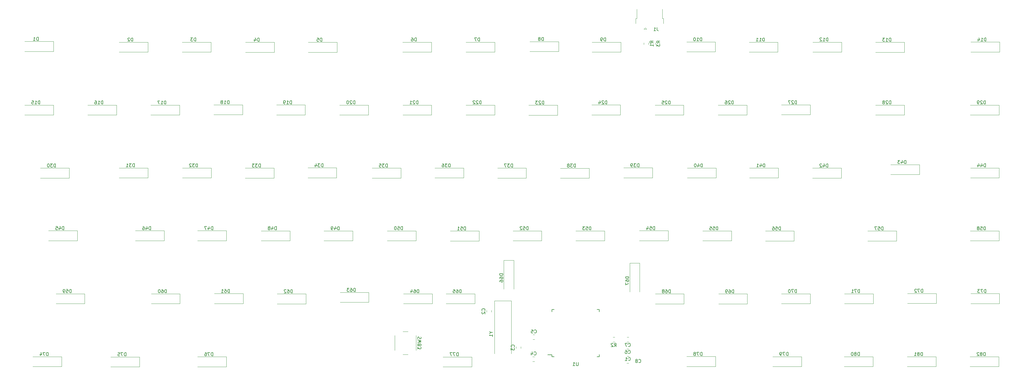
<source format=gbo>
G04 #@! TF.GenerationSoftware,KiCad,Pcbnew,5.0.1*
G04 #@! TF.CreationDate,2019-03-20T17:54:49+01:00*
G04 #@! TF.ProjectId,sofaboard,736F6661626F6172642E6B696361645F,rev?*
G04 #@! TF.SameCoordinates,Original*
G04 #@! TF.FileFunction,Legend,Bot*
G04 #@! TF.FilePolarity,Positive*
%FSLAX46Y46*%
G04 Gerber Fmt 4.6, Leading zero omitted, Abs format (unit mm)*
G04 Created by KiCad (PCBNEW 5.0.1) date Wed 20 Mar 2019 17:54:49 CET*
%MOMM*%
%LPD*%
G01*
G04 APERTURE LIST*
%ADD10C,0.120000*%
%ADD11C,0.150000*%
G04 APERTURE END LIST*
D10*
G04 #@! TO.C,D17*
X58910000Y89060000D02*
X50210000Y89060000D01*
X58910000Y92060000D02*
X58910000Y89060000D01*
X50210000Y92060000D02*
X58910000Y92060000D01*
G04 #@! TO.C,D60*
X59060000Y31910000D02*
X50360000Y31910000D01*
X59060000Y34910000D02*
X59060000Y31910000D01*
X50360000Y34910000D02*
X59060000Y34910000D01*
G04 #@! TO.C,D76*
X73090000Y12840000D02*
X64390000Y12840000D01*
X73090000Y15840000D02*
X73090000Y12840000D01*
X64390000Y15840000D02*
X73090000Y15840000D01*
G04 #@! TO.C,D36*
X136110000Y73020000D02*
X144810000Y73020000D01*
X144810000Y73020000D02*
X144810000Y70020000D01*
X144810000Y70020000D02*
X136110000Y70020000D01*
G04 #@! TO.C,D22*
X145470000Y92100000D02*
X154170000Y92100000D01*
X154170000Y92100000D02*
X154170000Y89100000D01*
X154170000Y89100000D02*
X145470000Y89100000D01*
G04 #@! TO.C,D63*
X107420000Y35330000D02*
X116120000Y35330000D01*
X116120000Y35330000D02*
X116120000Y32330000D01*
X116120000Y32330000D02*
X107420000Y32330000D01*
G04 #@! TO.C,D2*
X49380000Y108120000D02*
X40680000Y108120000D01*
X49380000Y111120000D02*
X49380000Y108120000D01*
X40680000Y111120000D02*
X49380000Y111120000D01*
G04 #@! TO.C,D69*
X221800000Y34870000D02*
X230500000Y34870000D01*
X230500000Y34870000D02*
X230500000Y31870000D01*
X230500000Y31870000D02*
X221800000Y31870000D01*
G04 #@! TO.C,SW83*
X123940000Y17770000D02*
X123940000Y22270000D01*
X127940000Y16520000D02*
X126440000Y16520000D01*
X130440000Y22270000D02*
X130440000Y17770000D01*
X126440000Y23520000D02*
X127940000Y23520000D01*
G04 #@! TO.C,D39*
X201840000Y70060000D02*
X193140000Y70060000D01*
X201840000Y73060000D02*
X201840000Y70060000D01*
X193140000Y73060000D02*
X201840000Y73060000D01*
G04 #@! TO.C,D50*
X130420000Y51000000D02*
X121720000Y51000000D01*
X130420000Y54000000D02*
X130420000Y51000000D01*
X121720000Y54000000D02*
X130420000Y54000000D01*
G04 #@! TO.C,D32*
X59780000Y73010000D02*
X68480000Y73010000D01*
X68480000Y73010000D02*
X68480000Y70010000D01*
X68480000Y70010000D02*
X59780000Y70010000D01*
G04 #@! TO.C,D58*
X306560000Y50970000D02*
X297860000Y50970000D01*
X306560000Y53970000D02*
X306560000Y50970000D01*
X297860000Y53970000D02*
X306560000Y53970000D01*
G04 #@! TO.C,D72*
X287630000Y32010000D02*
X278930000Y32010000D01*
X287630000Y35010000D02*
X287630000Y32010000D01*
X278930000Y35010000D02*
X287630000Y35010000D01*
G04 #@! TO.C,D65*
X139450000Y34910000D02*
X148150000Y34910000D01*
X148150000Y34910000D02*
X148150000Y31910000D01*
X148150000Y31910000D02*
X139450000Y31910000D01*
G04 #@! TO.C,D24*
X183460000Y92110000D02*
X192160000Y92110000D01*
X192160000Y92110000D02*
X192160000Y89110000D01*
X192160000Y89110000D02*
X183460000Y89110000D01*
G04 #@! TO.C,D55*
X217000000Y53960000D02*
X225700000Y53960000D01*
X225700000Y53960000D02*
X225700000Y50960000D01*
X225700000Y50960000D02*
X217000000Y50960000D01*
G04 #@! TO.C,D42*
X250230000Y72980000D02*
X258930000Y72980000D01*
X258930000Y72980000D02*
X258930000Y69980000D01*
X258930000Y69980000D02*
X250230000Y69980000D01*
G04 #@! TO.C,D27*
X240790000Y92140000D02*
X249490000Y92140000D01*
X249490000Y92140000D02*
X249490000Y89140000D01*
X249490000Y89140000D02*
X240790000Y89140000D01*
G04 #@! TO.C,D16*
X39870000Y89090000D02*
X31170000Y89090000D01*
X39870000Y92090000D02*
X39870000Y89090000D01*
X31170000Y92090000D02*
X39870000Y92090000D01*
G04 #@! TO.C,C6*
X194098748Y19630000D02*
X194621252Y19630000D01*
X194098748Y18210000D02*
X194621252Y18210000D01*
G04 #@! TO.C,D47*
X64380000Y54010000D02*
X73080000Y54010000D01*
X73080000Y54010000D02*
X73080000Y51010000D01*
X73080000Y51010000D02*
X64380000Y51010000D01*
G04 #@! TO.C,D81*
X278840000Y15870000D02*
X287540000Y15870000D01*
X287540000Y15870000D02*
X287540000Y12870000D01*
X287540000Y12870000D02*
X278840000Y12870000D01*
G04 #@! TO.C,D33*
X87490000Y69990000D02*
X78790000Y69990000D01*
X87490000Y72990000D02*
X87490000Y69990000D01*
X78790000Y72990000D02*
X87490000Y72990000D01*
G04 #@! TO.C,D74*
X23290000Y12860000D02*
X14590000Y12860000D01*
X23290000Y15860000D02*
X23290000Y12860000D01*
X14590000Y15860000D02*
X23290000Y15860000D01*
G04 #@! TO.C,D64*
X135320000Y31920000D02*
X126620000Y31920000D01*
X135320000Y34920000D02*
X135320000Y31920000D01*
X126620000Y34920000D02*
X135320000Y34920000D01*
G04 #@! TO.C,D28*
X277990000Y89090000D02*
X269290000Y89090000D01*
X277990000Y92090000D02*
X277990000Y89090000D01*
X269290000Y92090000D02*
X277990000Y92090000D01*
G04 #@! TO.C,D29*
X297860000Y92080000D02*
X306560000Y92080000D01*
X306560000Y92080000D02*
X306560000Y89080000D01*
X306560000Y89080000D02*
X297860000Y89080000D01*
G04 #@! TO.C,D52*
X168370000Y50980000D02*
X159670000Y50980000D01*
X168370000Y53980000D02*
X168370000Y50980000D01*
X159670000Y53980000D02*
X168370000Y53980000D01*
G04 #@! TO.C,D23*
X164420000Y92050000D02*
X173120000Y92050000D01*
X173120000Y92050000D02*
X173120000Y89050000D01*
X173120000Y89050000D02*
X164420000Y89050000D01*
G04 #@! TO.C,C1*
X194118748Y16070000D02*
X194641252Y16070000D01*
X194118748Y17490000D02*
X194641252Y17490000D01*
G04 #@! TO.C,D4*
X78850000Y111100000D02*
X87550000Y111100000D01*
X87550000Y111100000D02*
X87550000Y108100000D01*
X87550000Y108100000D02*
X78850000Y108100000D01*
G04 #@! TO.C,R3*
X202700000Y110428748D02*
X202700000Y110951252D01*
X201280000Y110428748D02*
X201280000Y110951252D01*
G04 #@! TO.C,D49*
X102580000Y53970000D02*
X111280000Y53970000D01*
X111280000Y53970000D02*
X111280000Y50970000D01*
X111280000Y50970000D02*
X102580000Y50970000D01*
G04 #@! TO.C,D30*
X25560000Y69990000D02*
X16860000Y69990000D01*
X25560000Y72990000D02*
X25560000Y69990000D01*
X16860000Y72990000D02*
X25560000Y72990000D01*
G04 #@! TO.C,D80*
X268490000Y12880000D02*
X259790000Y12880000D01*
X268490000Y15880000D02*
X268490000Y12880000D01*
X259790000Y15880000D02*
X268490000Y15880000D01*
G04 #@! TO.C,D8*
X173460000Y108290000D02*
X164760000Y108290000D01*
X173460000Y111290000D02*
X173460000Y108290000D01*
X164760000Y111290000D02*
X173460000Y111290000D01*
G04 #@! TO.C,D10*
X220850000Y108200000D02*
X212150000Y108200000D01*
X220850000Y111200000D02*
X220850000Y108200000D01*
X212150000Y111200000D02*
X220850000Y111200000D01*
G04 #@! TO.C,D26*
X221670000Y92080000D02*
X230370000Y92080000D01*
X230370000Y92080000D02*
X230370000Y89080000D01*
X230370000Y89080000D02*
X221670000Y89080000D01*
G04 #@! TO.C,D75*
X38140000Y15790000D02*
X46840000Y15790000D01*
X46840000Y15790000D02*
X46840000Y12790000D01*
X46840000Y12790000D02*
X38140000Y12790000D01*
G04 #@! TO.C,D18*
X69290000Y92150000D02*
X77990000Y92150000D01*
X77990000Y92150000D02*
X77990000Y89150000D01*
X77990000Y89150000D02*
X69290000Y89150000D01*
G04 #@! TO.C,D31*
X49370000Y70050000D02*
X40670000Y70050000D01*
X49370000Y73050000D02*
X49370000Y70050000D01*
X40670000Y73050000D02*
X49370000Y73050000D01*
G04 #@! TO.C,D11*
X239740000Y108120000D02*
X231040000Y108120000D01*
X239740000Y111120000D02*
X239740000Y108120000D01*
X231040000Y111120000D02*
X239740000Y111120000D01*
G04 #@! TO.C,D61*
X69420000Y34980000D02*
X78120000Y34980000D01*
X78120000Y34980000D02*
X78120000Y31980000D01*
X78120000Y31980000D02*
X69420000Y31980000D01*
G04 #@! TO.C,D62*
X97090000Y31900000D02*
X88390000Y31900000D01*
X97090000Y34900000D02*
X97090000Y31900000D01*
X88390000Y34900000D02*
X97090000Y34900000D01*
G04 #@! TO.C,D13*
X277980000Y108100000D02*
X269280000Y108100000D01*
X277980000Y111100000D02*
X277980000Y108100000D01*
X269280000Y111100000D02*
X277980000Y111100000D01*
G04 #@! TO.C,D12*
X250280000Y111150000D02*
X258980000Y111150000D01*
X258980000Y111150000D02*
X258980000Y108150000D01*
X258980000Y108150000D02*
X250280000Y108150000D01*
G04 #@! TO.C,D1*
X12110000Y111340000D02*
X20810000Y111340000D01*
X20810000Y111340000D02*
X20810000Y108340000D01*
X20810000Y108340000D02*
X12110000Y108340000D01*
G04 #@! TO.C,C7*
X194123748Y21760000D02*
X194646252Y21760000D01*
X194123748Y20340000D02*
X194646252Y20340000D01*
G04 #@! TO.C,R1*
X199270000Y110413748D02*
X199270000Y110936252D01*
X200690000Y110413748D02*
X200690000Y110936252D01*
G04 #@! TO.C,D71*
X259850000Y34930000D02*
X268550000Y34930000D01*
X268550000Y34930000D02*
X268550000Y31930000D01*
X268550000Y31930000D02*
X259850000Y31930000D01*
G04 #@! TO.C,D21*
X126390000Y92090000D02*
X135090000Y92090000D01*
X135090000Y92090000D02*
X135090000Y89090000D01*
X135090000Y89090000D02*
X126390000Y89090000D01*
G04 #@! TO.C,D38*
X174000000Y72960000D02*
X182700000Y72960000D01*
X182700000Y72960000D02*
X182700000Y69960000D01*
X182700000Y69960000D02*
X174000000Y69960000D01*
G04 #@! TO.C,D37*
X163700000Y70000000D02*
X155000000Y70000000D01*
X163700000Y73000000D02*
X163700000Y70000000D01*
X155000000Y73000000D02*
X163700000Y73000000D01*
G04 #@! TO.C,D59*
X21580000Y34930000D02*
X30280000Y34930000D01*
X30280000Y34930000D02*
X30280000Y31930000D01*
X30280000Y31930000D02*
X21580000Y31930000D01*
G04 #@! TO.C,C8*
X194103748Y13880000D02*
X194626252Y13880000D01*
X194103748Y15300000D02*
X194626252Y15300000D01*
G04 #@! TO.C,D73*
X298010000Y34960000D02*
X306710000Y34960000D01*
X306710000Y34960000D02*
X306710000Y31960000D01*
X306710000Y31960000D02*
X298010000Y31960000D01*
D11*
G04 #@! TO.C,U1*
X171455000Y15855000D02*
X171455000Y16430000D01*
X185805000Y15855000D02*
X185805000Y16530000D01*
X185805000Y30205000D02*
X185805000Y29530000D01*
X171455000Y30205000D02*
X171455000Y29530000D01*
X171455000Y15855000D02*
X172130000Y15855000D01*
X171455000Y30205000D02*
X172130000Y30205000D01*
X185805000Y30205000D02*
X185130000Y30205000D01*
X185805000Y15855000D02*
X185130000Y15855000D01*
X171455000Y16430000D02*
X170180000Y16430000D01*
D10*
G04 #@! TO.C,D5*
X106510000Y108100000D02*
X97810000Y108100000D01*
X106510000Y111100000D02*
X106510000Y108100000D01*
X97810000Y111100000D02*
X106510000Y111100000D01*
G04 #@! TO.C,C3*
X162050000Y18906252D02*
X162050000Y18383748D01*
X160630000Y18906252D02*
X160630000Y18383748D01*
G04 #@! TO.C,D6*
X126330000Y111150000D02*
X135030000Y111150000D01*
X135030000Y111150000D02*
X135030000Y108150000D01*
X135030000Y108150000D02*
X126330000Y108150000D01*
G04 #@! TO.C,D20*
X107310000Y92100000D02*
X116010000Y92100000D01*
X116010000Y92100000D02*
X116010000Y89100000D01*
X116010000Y89100000D02*
X107310000Y89100000D01*
G04 #@! TO.C,D48*
X92290000Y50980000D02*
X83590000Y50980000D01*
X92290000Y53980000D02*
X92290000Y50980000D01*
X83590000Y53980000D02*
X92290000Y53980000D01*
G04 #@! TO.C,D51*
X140770000Y53950000D02*
X149470000Y53950000D01*
X149470000Y53950000D02*
X149470000Y50950000D01*
X149470000Y50950000D02*
X140770000Y50950000D01*
G04 #@! TO.C,D25*
X211280000Y89070000D02*
X202580000Y89070000D01*
X211280000Y92070000D02*
X211280000Y89070000D01*
X202580000Y92070000D02*
X211280000Y92070000D01*
G04 #@! TO.C,D9*
X183570000Y111150000D02*
X192270000Y111150000D01*
X192270000Y111150000D02*
X192270000Y108150000D01*
X192270000Y108150000D02*
X183570000Y108150000D01*
G04 #@! TO.C,D57*
X275610000Y50940000D02*
X266910000Y50940000D01*
X275610000Y53940000D02*
X275610000Y50940000D01*
X266910000Y53940000D02*
X275610000Y53940000D01*
G04 #@! TO.C,D78*
X220890000Y12920000D02*
X212190000Y12920000D01*
X220890000Y15920000D02*
X220890000Y12920000D01*
X212190000Y15920000D02*
X220890000Y15920000D01*
G04 #@! TO.C,D7*
X154200000Y108140000D02*
X145500000Y108140000D01*
X154200000Y111140000D02*
X154200000Y108140000D01*
X145500000Y111140000D02*
X154200000Y111140000D01*
G04 #@! TO.C,D82*
X306500000Y12860000D02*
X297800000Y12860000D01*
X306500000Y15860000D02*
X306500000Y12860000D01*
X297800000Y15860000D02*
X306500000Y15860000D01*
G04 #@! TO.C,D54*
X206620000Y51020000D02*
X197920000Y51020000D01*
X206620000Y54020000D02*
X206620000Y51020000D01*
X197920000Y54020000D02*
X206620000Y54020000D01*
G04 #@! TO.C,D34*
X97680000Y73060000D02*
X106380000Y73060000D01*
X106380000Y73060000D02*
X106380000Y70060000D01*
X106380000Y70060000D02*
X97680000Y70060000D01*
G04 #@! TO.C,D45*
X19360000Y54030000D02*
X28060000Y54030000D01*
X28060000Y54030000D02*
X28060000Y51030000D01*
X28060000Y51030000D02*
X19360000Y51030000D01*
G04 #@! TO.C,D77*
X138570000Y15790000D02*
X147270000Y15790000D01*
X147270000Y15790000D02*
X147270000Y12790000D01*
X147270000Y12790000D02*
X138570000Y12790000D01*
G04 #@! TO.C,D79*
X238200000Y15900000D02*
X246900000Y15900000D01*
X246900000Y15900000D02*
X246900000Y12900000D01*
X246900000Y12900000D02*
X238200000Y12900000D01*
G04 #@! TO.C,D53*
X178660000Y53960000D02*
X187360000Y53960000D01*
X187360000Y53960000D02*
X187360000Y50960000D01*
X187360000Y50960000D02*
X178660000Y50960000D01*
G04 #@! TO.C,C5*
X166251252Y22540000D02*
X165728748Y22540000D01*
X166251252Y21120000D02*
X165728748Y21120000D01*
G04 #@! TO.C,Y1*
X154100000Y16810000D02*
X154100000Y32785000D01*
X154100000Y32785000D02*
X159200000Y32785000D01*
X159200000Y32785000D02*
X159200000Y16810000D01*
G04 #@! TO.C,D3*
X68420000Y108150000D02*
X59720000Y108150000D01*
X68420000Y111150000D02*
X68420000Y108150000D01*
X59720000Y111150000D02*
X68420000Y111150000D01*
G04 #@! TO.C,R2*
X189893748Y20340000D02*
X190416252Y20340000D01*
X189893748Y21760000D02*
X190416252Y21760000D01*
G04 #@! TO.C,D43*
X273860000Y74030000D02*
X282560000Y74030000D01*
X282560000Y74030000D02*
X282560000Y71030000D01*
X282560000Y71030000D02*
X273860000Y71030000D01*
G04 #@! TO.C,D56*
X244650000Y50940000D02*
X235950000Y50940000D01*
X244650000Y53940000D02*
X244650000Y50940000D01*
X235950000Y53940000D02*
X244650000Y53940000D01*
G04 #@! TO.C,D35*
X125840000Y69990000D02*
X117140000Y69990000D01*
X125840000Y72990000D02*
X125840000Y69990000D01*
X117140000Y72990000D02*
X125840000Y72990000D01*
G04 #@! TO.C,D41*
X239890000Y70020000D02*
X231190000Y70020000D01*
X239890000Y73020000D02*
X239890000Y70020000D01*
X231190000Y73020000D02*
X239890000Y73020000D01*
G04 #@! TO.C,D68*
X211370000Y31890000D02*
X202670000Y31890000D01*
X211370000Y34890000D02*
X211370000Y31890000D01*
X202670000Y34890000D02*
X211370000Y34890000D01*
G04 #@! TO.C,D67*
X195000000Y35500000D02*
X195000000Y44200000D01*
X195000000Y44200000D02*
X198000000Y44200000D01*
X198000000Y44200000D02*
X198000000Y35500000D01*
G04 #@! TO.C,D15*
X12100000Y92100000D02*
X20800000Y92100000D01*
X20800000Y92100000D02*
X20800000Y89100000D01*
X20800000Y89100000D02*
X12100000Y89100000D01*
G04 #@! TO.C,D40*
X212340000Y73010000D02*
X221040000Y73010000D01*
X221040000Y73010000D02*
X221040000Y70010000D01*
X221040000Y70010000D02*
X212340000Y70010000D01*
G04 #@! TO.C,C2*
X151750000Y29896252D02*
X151750000Y29373748D01*
X153170000Y29896252D02*
X153170000Y29373748D01*
G04 #@! TO.C,D70*
X249490000Y31930000D02*
X240790000Y31930000D01*
X249490000Y34930000D02*
X249490000Y31930000D01*
X240790000Y34930000D02*
X249490000Y34930000D01*
G04 #@! TO.C,J1*
X196820000Y118340000D02*
X196820000Y116790000D01*
X196820000Y118340000D02*
X197120000Y118340000D01*
X197120000Y121140000D02*
X197120000Y118340000D01*
X205120000Y118340000D02*
X205120000Y116790000D01*
X204820000Y118340000D02*
X205120000Y118340000D01*
X204820000Y121140000D02*
X204820000Y118340000D01*
X200070000Y115090000D02*
X199670000Y115540000D01*
X199270000Y115090000D02*
X200070000Y115090000D01*
X199670000Y115540000D02*
X199270000Y115090000D01*
G04 #@! TO.C,D19*
X96900000Y89130000D02*
X88200000Y89130000D01*
X96900000Y92130000D02*
X96900000Y89130000D01*
X88200000Y92130000D02*
X96900000Y92130000D01*
G04 #@! TO.C,D44*
X297920000Y73040000D02*
X306620000Y73040000D01*
X306620000Y73040000D02*
X306620000Y70040000D01*
X306620000Y70040000D02*
X297920000Y70040000D01*
G04 #@! TO.C,D66*
X159940000Y45050000D02*
X159940000Y36350000D01*
X156940000Y45050000D02*
X159940000Y45050000D01*
X156940000Y36350000D02*
X156940000Y45050000D01*
G04 #@! TO.C,D14*
X306740000Y108160000D02*
X298040000Y108160000D01*
X306740000Y111160000D02*
X306740000Y108160000D01*
X298040000Y111160000D02*
X306740000Y111160000D01*
G04 #@! TO.C,C4*
X166176252Y14440000D02*
X165653748Y14440000D01*
X166176252Y15860000D02*
X165653748Y15860000D01*
G04 #@! TO.C,D46*
X54290000Y51010000D02*
X45590000Y51010000D01*
X54290000Y54010000D02*
X54290000Y51010000D01*
X45590000Y54010000D02*
X54290000Y54010000D01*
G04 #@! TO.C,D17*
D11*
X54824285Y92357619D02*
X54824285Y93357619D01*
X54586190Y93357619D01*
X54443333Y93310000D01*
X54348095Y93214761D01*
X54300476Y93119523D01*
X54252857Y92929047D01*
X54252857Y92786190D01*
X54300476Y92595714D01*
X54348095Y92500476D01*
X54443333Y92405238D01*
X54586190Y92357619D01*
X54824285Y92357619D01*
X53300476Y92357619D02*
X53871904Y92357619D01*
X53586190Y92357619D02*
X53586190Y93357619D01*
X53681428Y93214761D01*
X53776666Y93119523D01*
X53871904Y93071904D01*
X52967142Y93357619D02*
X52300476Y93357619D01*
X52729047Y92357619D01*
G04 #@! TO.C,D60*
X54974285Y35207619D02*
X54974285Y36207619D01*
X54736190Y36207619D01*
X54593333Y36160000D01*
X54498095Y36064761D01*
X54450476Y35969523D01*
X54402857Y35779047D01*
X54402857Y35636190D01*
X54450476Y35445714D01*
X54498095Y35350476D01*
X54593333Y35255238D01*
X54736190Y35207619D01*
X54974285Y35207619D01*
X53545714Y36207619D02*
X53736190Y36207619D01*
X53831428Y36160000D01*
X53879047Y36112380D01*
X53974285Y35969523D01*
X54021904Y35779047D01*
X54021904Y35398095D01*
X53974285Y35302857D01*
X53926666Y35255238D01*
X53831428Y35207619D01*
X53640952Y35207619D01*
X53545714Y35255238D01*
X53498095Y35302857D01*
X53450476Y35398095D01*
X53450476Y35636190D01*
X53498095Y35731428D01*
X53545714Y35779047D01*
X53640952Y35826666D01*
X53831428Y35826666D01*
X53926666Y35779047D01*
X53974285Y35731428D01*
X54021904Y35636190D01*
X52831428Y36207619D02*
X52736190Y36207619D01*
X52640952Y36160000D01*
X52593333Y36112380D01*
X52545714Y36017142D01*
X52498095Y35826666D01*
X52498095Y35588571D01*
X52545714Y35398095D01*
X52593333Y35302857D01*
X52640952Y35255238D01*
X52736190Y35207619D01*
X52831428Y35207619D01*
X52926666Y35255238D01*
X52974285Y35302857D01*
X53021904Y35398095D01*
X53069523Y35588571D01*
X53069523Y35826666D01*
X53021904Y36017142D01*
X52974285Y36112380D01*
X52926666Y36160000D01*
X52831428Y36207619D01*
G04 #@! TO.C,D76*
X69004285Y16137619D02*
X69004285Y17137619D01*
X68766190Y17137619D01*
X68623333Y17090000D01*
X68528095Y16994761D01*
X68480476Y16899523D01*
X68432857Y16709047D01*
X68432857Y16566190D01*
X68480476Y16375714D01*
X68528095Y16280476D01*
X68623333Y16185238D01*
X68766190Y16137619D01*
X69004285Y16137619D01*
X68099523Y17137619D02*
X67432857Y17137619D01*
X67861428Y16137619D01*
X66623333Y17137619D02*
X66813809Y17137619D01*
X66909047Y17090000D01*
X66956666Y17042380D01*
X67051904Y16899523D01*
X67099523Y16709047D01*
X67099523Y16328095D01*
X67051904Y16232857D01*
X67004285Y16185238D01*
X66909047Y16137619D01*
X66718571Y16137619D01*
X66623333Y16185238D01*
X66575714Y16232857D01*
X66528095Y16328095D01*
X66528095Y16566190D01*
X66575714Y16661428D01*
X66623333Y16709047D01*
X66718571Y16756666D01*
X66909047Y16756666D01*
X67004285Y16709047D01*
X67051904Y16661428D01*
X67099523Y16566190D01*
G04 #@! TO.C,D36*
X140724285Y73317619D02*
X140724285Y74317619D01*
X140486190Y74317619D01*
X140343333Y74270000D01*
X140248095Y74174761D01*
X140200476Y74079523D01*
X140152857Y73889047D01*
X140152857Y73746190D01*
X140200476Y73555714D01*
X140248095Y73460476D01*
X140343333Y73365238D01*
X140486190Y73317619D01*
X140724285Y73317619D01*
X139819523Y74317619D02*
X139200476Y74317619D01*
X139533809Y73936666D01*
X139390952Y73936666D01*
X139295714Y73889047D01*
X139248095Y73841428D01*
X139200476Y73746190D01*
X139200476Y73508095D01*
X139248095Y73412857D01*
X139295714Y73365238D01*
X139390952Y73317619D01*
X139676666Y73317619D01*
X139771904Y73365238D01*
X139819523Y73412857D01*
X138343333Y74317619D02*
X138533809Y74317619D01*
X138629047Y74270000D01*
X138676666Y74222380D01*
X138771904Y74079523D01*
X138819523Y73889047D01*
X138819523Y73508095D01*
X138771904Y73412857D01*
X138724285Y73365238D01*
X138629047Y73317619D01*
X138438571Y73317619D01*
X138343333Y73365238D01*
X138295714Y73412857D01*
X138248095Y73508095D01*
X138248095Y73746190D01*
X138295714Y73841428D01*
X138343333Y73889047D01*
X138438571Y73936666D01*
X138629047Y73936666D01*
X138724285Y73889047D01*
X138771904Y73841428D01*
X138819523Y73746190D01*
G04 #@! TO.C,D22*
X150084285Y92397619D02*
X150084285Y93397619D01*
X149846190Y93397619D01*
X149703333Y93350000D01*
X149608095Y93254761D01*
X149560476Y93159523D01*
X149512857Y92969047D01*
X149512857Y92826190D01*
X149560476Y92635714D01*
X149608095Y92540476D01*
X149703333Y92445238D01*
X149846190Y92397619D01*
X150084285Y92397619D01*
X149131904Y93302380D02*
X149084285Y93350000D01*
X148989047Y93397619D01*
X148750952Y93397619D01*
X148655714Y93350000D01*
X148608095Y93302380D01*
X148560476Y93207142D01*
X148560476Y93111904D01*
X148608095Y92969047D01*
X149179523Y92397619D01*
X148560476Y92397619D01*
X148179523Y93302380D02*
X148131904Y93350000D01*
X148036666Y93397619D01*
X147798571Y93397619D01*
X147703333Y93350000D01*
X147655714Y93302380D01*
X147608095Y93207142D01*
X147608095Y93111904D01*
X147655714Y92969047D01*
X148227142Y92397619D01*
X147608095Y92397619D01*
G04 #@! TO.C,D63*
X112034285Y35627619D02*
X112034285Y36627619D01*
X111796190Y36627619D01*
X111653333Y36580000D01*
X111558095Y36484761D01*
X111510476Y36389523D01*
X111462857Y36199047D01*
X111462857Y36056190D01*
X111510476Y35865714D01*
X111558095Y35770476D01*
X111653333Y35675238D01*
X111796190Y35627619D01*
X112034285Y35627619D01*
X110605714Y36627619D02*
X110796190Y36627619D01*
X110891428Y36580000D01*
X110939047Y36532380D01*
X111034285Y36389523D01*
X111081904Y36199047D01*
X111081904Y35818095D01*
X111034285Y35722857D01*
X110986666Y35675238D01*
X110891428Y35627619D01*
X110700952Y35627619D01*
X110605714Y35675238D01*
X110558095Y35722857D01*
X110510476Y35818095D01*
X110510476Y36056190D01*
X110558095Y36151428D01*
X110605714Y36199047D01*
X110700952Y36246666D01*
X110891428Y36246666D01*
X110986666Y36199047D01*
X111034285Y36151428D01*
X111081904Y36056190D01*
X110177142Y36627619D02*
X109558095Y36627619D01*
X109891428Y36246666D01*
X109748571Y36246666D01*
X109653333Y36199047D01*
X109605714Y36151428D01*
X109558095Y36056190D01*
X109558095Y35818095D01*
X109605714Y35722857D01*
X109653333Y35675238D01*
X109748571Y35627619D01*
X110034285Y35627619D01*
X110129523Y35675238D01*
X110177142Y35722857D01*
G04 #@! TO.C,D2*
X44818095Y111417619D02*
X44818095Y112417619D01*
X44580000Y112417619D01*
X44437142Y112370000D01*
X44341904Y112274761D01*
X44294285Y112179523D01*
X44246666Y111989047D01*
X44246666Y111846190D01*
X44294285Y111655714D01*
X44341904Y111560476D01*
X44437142Y111465238D01*
X44580000Y111417619D01*
X44818095Y111417619D01*
X43865714Y112322380D02*
X43818095Y112370000D01*
X43722857Y112417619D01*
X43484761Y112417619D01*
X43389523Y112370000D01*
X43341904Y112322380D01*
X43294285Y112227142D01*
X43294285Y112131904D01*
X43341904Y111989047D01*
X43913333Y111417619D01*
X43294285Y111417619D01*
G04 #@! TO.C,D69*
X226414285Y35167619D02*
X226414285Y36167619D01*
X226176190Y36167619D01*
X226033333Y36120000D01*
X225938095Y36024761D01*
X225890476Y35929523D01*
X225842857Y35739047D01*
X225842857Y35596190D01*
X225890476Y35405714D01*
X225938095Y35310476D01*
X226033333Y35215238D01*
X226176190Y35167619D01*
X226414285Y35167619D01*
X224985714Y36167619D02*
X225176190Y36167619D01*
X225271428Y36120000D01*
X225319047Y36072380D01*
X225414285Y35929523D01*
X225461904Y35739047D01*
X225461904Y35358095D01*
X225414285Y35262857D01*
X225366666Y35215238D01*
X225271428Y35167619D01*
X225080952Y35167619D01*
X224985714Y35215238D01*
X224938095Y35262857D01*
X224890476Y35358095D01*
X224890476Y35596190D01*
X224938095Y35691428D01*
X224985714Y35739047D01*
X225080952Y35786666D01*
X225271428Y35786666D01*
X225366666Y35739047D01*
X225414285Y35691428D01*
X225461904Y35596190D01*
X224414285Y35167619D02*
X224223809Y35167619D01*
X224128571Y35215238D01*
X224080952Y35262857D01*
X223985714Y35405714D01*
X223938095Y35596190D01*
X223938095Y35977142D01*
X223985714Y36072380D01*
X224033333Y36120000D01*
X224128571Y36167619D01*
X224319047Y36167619D01*
X224414285Y36120000D01*
X224461904Y36072380D01*
X224509523Y35977142D01*
X224509523Y35739047D01*
X224461904Y35643809D01*
X224414285Y35596190D01*
X224319047Y35548571D01*
X224128571Y35548571D01*
X224033333Y35596190D01*
X223985714Y35643809D01*
X223938095Y35739047D01*
G04 #@! TO.C,SW83*
X131844761Y21829523D02*
X131892380Y21686666D01*
X131892380Y21448571D01*
X131844761Y21353333D01*
X131797142Y21305714D01*
X131701904Y21258095D01*
X131606666Y21258095D01*
X131511428Y21305714D01*
X131463809Y21353333D01*
X131416190Y21448571D01*
X131368571Y21639047D01*
X131320952Y21734285D01*
X131273333Y21781904D01*
X131178095Y21829523D01*
X131082857Y21829523D01*
X130987619Y21781904D01*
X130940000Y21734285D01*
X130892380Y21639047D01*
X130892380Y21400952D01*
X130940000Y21258095D01*
X130892380Y20924761D02*
X131892380Y20686666D01*
X131178095Y20496190D01*
X131892380Y20305714D01*
X130892380Y20067619D01*
X131320952Y19543809D02*
X131273333Y19639047D01*
X131225714Y19686666D01*
X131130476Y19734285D01*
X131082857Y19734285D01*
X130987619Y19686666D01*
X130940000Y19639047D01*
X130892380Y19543809D01*
X130892380Y19353333D01*
X130940000Y19258095D01*
X130987619Y19210476D01*
X131082857Y19162857D01*
X131130476Y19162857D01*
X131225714Y19210476D01*
X131273333Y19258095D01*
X131320952Y19353333D01*
X131320952Y19543809D01*
X131368571Y19639047D01*
X131416190Y19686666D01*
X131511428Y19734285D01*
X131701904Y19734285D01*
X131797142Y19686666D01*
X131844761Y19639047D01*
X131892380Y19543809D01*
X131892380Y19353333D01*
X131844761Y19258095D01*
X131797142Y19210476D01*
X131701904Y19162857D01*
X131511428Y19162857D01*
X131416190Y19210476D01*
X131368571Y19258095D01*
X131320952Y19353333D01*
X130892380Y18829523D02*
X130892380Y18210476D01*
X131273333Y18543809D01*
X131273333Y18400952D01*
X131320952Y18305714D01*
X131368571Y18258095D01*
X131463809Y18210476D01*
X131701904Y18210476D01*
X131797142Y18258095D01*
X131844761Y18305714D01*
X131892380Y18400952D01*
X131892380Y18686666D01*
X131844761Y18781904D01*
X131797142Y18829523D01*
G04 #@! TO.C,D39*
X197754285Y73357619D02*
X197754285Y74357619D01*
X197516190Y74357619D01*
X197373333Y74310000D01*
X197278095Y74214761D01*
X197230476Y74119523D01*
X197182857Y73929047D01*
X197182857Y73786190D01*
X197230476Y73595714D01*
X197278095Y73500476D01*
X197373333Y73405238D01*
X197516190Y73357619D01*
X197754285Y73357619D01*
X196849523Y74357619D02*
X196230476Y74357619D01*
X196563809Y73976666D01*
X196420952Y73976666D01*
X196325714Y73929047D01*
X196278095Y73881428D01*
X196230476Y73786190D01*
X196230476Y73548095D01*
X196278095Y73452857D01*
X196325714Y73405238D01*
X196420952Y73357619D01*
X196706666Y73357619D01*
X196801904Y73405238D01*
X196849523Y73452857D01*
X195754285Y73357619D02*
X195563809Y73357619D01*
X195468571Y73405238D01*
X195420952Y73452857D01*
X195325714Y73595714D01*
X195278095Y73786190D01*
X195278095Y74167142D01*
X195325714Y74262380D01*
X195373333Y74310000D01*
X195468571Y74357619D01*
X195659047Y74357619D01*
X195754285Y74310000D01*
X195801904Y74262380D01*
X195849523Y74167142D01*
X195849523Y73929047D01*
X195801904Y73833809D01*
X195754285Y73786190D01*
X195659047Y73738571D01*
X195468571Y73738571D01*
X195373333Y73786190D01*
X195325714Y73833809D01*
X195278095Y73929047D01*
G04 #@! TO.C,D50*
X126334285Y54297619D02*
X126334285Y55297619D01*
X126096190Y55297619D01*
X125953333Y55250000D01*
X125858095Y55154761D01*
X125810476Y55059523D01*
X125762857Y54869047D01*
X125762857Y54726190D01*
X125810476Y54535714D01*
X125858095Y54440476D01*
X125953333Y54345238D01*
X126096190Y54297619D01*
X126334285Y54297619D01*
X124858095Y55297619D02*
X125334285Y55297619D01*
X125381904Y54821428D01*
X125334285Y54869047D01*
X125239047Y54916666D01*
X125000952Y54916666D01*
X124905714Y54869047D01*
X124858095Y54821428D01*
X124810476Y54726190D01*
X124810476Y54488095D01*
X124858095Y54392857D01*
X124905714Y54345238D01*
X125000952Y54297619D01*
X125239047Y54297619D01*
X125334285Y54345238D01*
X125381904Y54392857D01*
X124191428Y55297619D02*
X124096190Y55297619D01*
X124000952Y55250000D01*
X123953333Y55202380D01*
X123905714Y55107142D01*
X123858095Y54916666D01*
X123858095Y54678571D01*
X123905714Y54488095D01*
X123953333Y54392857D01*
X124000952Y54345238D01*
X124096190Y54297619D01*
X124191428Y54297619D01*
X124286666Y54345238D01*
X124334285Y54392857D01*
X124381904Y54488095D01*
X124429523Y54678571D01*
X124429523Y54916666D01*
X124381904Y55107142D01*
X124334285Y55202380D01*
X124286666Y55250000D01*
X124191428Y55297619D01*
G04 #@! TO.C,D32*
X64394285Y73307619D02*
X64394285Y74307619D01*
X64156190Y74307619D01*
X64013333Y74260000D01*
X63918095Y74164761D01*
X63870476Y74069523D01*
X63822857Y73879047D01*
X63822857Y73736190D01*
X63870476Y73545714D01*
X63918095Y73450476D01*
X64013333Y73355238D01*
X64156190Y73307619D01*
X64394285Y73307619D01*
X63489523Y74307619D02*
X62870476Y74307619D01*
X63203809Y73926666D01*
X63060952Y73926666D01*
X62965714Y73879047D01*
X62918095Y73831428D01*
X62870476Y73736190D01*
X62870476Y73498095D01*
X62918095Y73402857D01*
X62965714Y73355238D01*
X63060952Y73307619D01*
X63346666Y73307619D01*
X63441904Y73355238D01*
X63489523Y73402857D01*
X62489523Y74212380D02*
X62441904Y74260000D01*
X62346666Y74307619D01*
X62108571Y74307619D01*
X62013333Y74260000D01*
X61965714Y74212380D01*
X61918095Y74117142D01*
X61918095Y74021904D01*
X61965714Y73879047D01*
X62537142Y73307619D01*
X61918095Y73307619D01*
G04 #@! TO.C,D58*
X302474285Y54267619D02*
X302474285Y55267619D01*
X302236190Y55267619D01*
X302093333Y55220000D01*
X301998095Y55124761D01*
X301950476Y55029523D01*
X301902857Y54839047D01*
X301902857Y54696190D01*
X301950476Y54505714D01*
X301998095Y54410476D01*
X302093333Y54315238D01*
X302236190Y54267619D01*
X302474285Y54267619D01*
X300998095Y55267619D02*
X301474285Y55267619D01*
X301521904Y54791428D01*
X301474285Y54839047D01*
X301379047Y54886666D01*
X301140952Y54886666D01*
X301045714Y54839047D01*
X300998095Y54791428D01*
X300950476Y54696190D01*
X300950476Y54458095D01*
X300998095Y54362857D01*
X301045714Y54315238D01*
X301140952Y54267619D01*
X301379047Y54267619D01*
X301474285Y54315238D01*
X301521904Y54362857D01*
X300379047Y54839047D02*
X300474285Y54886666D01*
X300521904Y54934285D01*
X300569523Y55029523D01*
X300569523Y55077142D01*
X300521904Y55172380D01*
X300474285Y55220000D01*
X300379047Y55267619D01*
X300188571Y55267619D01*
X300093333Y55220000D01*
X300045714Y55172380D01*
X299998095Y55077142D01*
X299998095Y55029523D01*
X300045714Y54934285D01*
X300093333Y54886666D01*
X300188571Y54839047D01*
X300379047Y54839047D01*
X300474285Y54791428D01*
X300521904Y54743809D01*
X300569523Y54648571D01*
X300569523Y54458095D01*
X300521904Y54362857D01*
X300474285Y54315238D01*
X300379047Y54267619D01*
X300188571Y54267619D01*
X300093333Y54315238D01*
X300045714Y54362857D01*
X299998095Y54458095D01*
X299998095Y54648571D01*
X300045714Y54743809D01*
X300093333Y54791428D01*
X300188571Y54839047D01*
G04 #@! TO.C,D72*
X283544285Y35307619D02*
X283544285Y36307619D01*
X283306190Y36307619D01*
X283163333Y36260000D01*
X283068095Y36164761D01*
X283020476Y36069523D01*
X282972857Y35879047D01*
X282972857Y35736190D01*
X283020476Y35545714D01*
X283068095Y35450476D01*
X283163333Y35355238D01*
X283306190Y35307619D01*
X283544285Y35307619D01*
X282639523Y36307619D02*
X281972857Y36307619D01*
X282401428Y35307619D01*
X281639523Y36212380D02*
X281591904Y36260000D01*
X281496666Y36307619D01*
X281258571Y36307619D01*
X281163333Y36260000D01*
X281115714Y36212380D01*
X281068095Y36117142D01*
X281068095Y36021904D01*
X281115714Y35879047D01*
X281687142Y35307619D01*
X281068095Y35307619D01*
G04 #@! TO.C,D65*
X144064285Y35207619D02*
X144064285Y36207619D01*
X143826190Y36207619D01*
X143683333Y36160000D01*
X143588095Y36064761D01*
X143540476Y35969523D01*
X143492857Y35779047D01*
X143492857Y35636190D01*
X143540476Y35445714D01*
X143588095Y35350476D01*
X143683333Y35255238D01*
X143826190Y35207619D01*
X144064285Y35207619D01*
X142635714Y36207619D02*
X142826190Y36207619D01*
X142921428Y36160000D01*
X142969047Y36112380D01*
X143064285Y35969523D01*
X143111904Y35779047D01*
X143111904Y35398095D01*
X143064285Y35302857D01*
X143016666Y35255238D01*
X142921428Y35207619D01*
X142730952Y35207619D01*
X142635714Y35255238D01*
X142588095Y35302857D01*
X142540476Y35398095D01*
X142540476Y35636190D01*
X142588095Y35731428D01*
X142635714Y35779047D01*
X142730952Y35826666D01*
X142921428Y35826666D01*
X143016666Y35779047D01*
X143064285Y35731428D01*
X143111904Y35636190D01*
X141635714Y36207619D02*
X142111904Y36207619D01*
X142159523Y35731428D01*
X142111904Y35779047D01*
X142016666Y35826666D01*
X141778571Y35826666D01*
X141683333Y35779047D01*
X141635714Y35731428D01*
X141588095Y35636190D01*
X141588095Y35398095D01*
X141635714Y35302857D01*
X141683333Y35255238D01*
X141778571Y35207619D01*
X142016666Y35207619D01*
X142111904Y35255238D01*
X142159523Y35302857D01*
G04 #@! TO.C,D24*
X188074285Y92407619D02*
X188074285Y93407619D01*
X187836190Y93407619D01*
X187693333Y93360000D01*
X187598095Y93264761D01*
X187550476Y93169523D01*
X187502857Y92979047D01*
X187502857Y92836190D01*
X187550476Y92645714D01*
X187598095Y92550476D01*
X187693333Y92455238D01*
X187836190Y92407619D01*
X188074285Y92407619D01*
X187121904Y93312380D02*
X187074285Y93360000D01*
X186979047Y93407619D01*
X186740952Y93407619D01*
X186645714Y93360000D01*
X186598095Y93312380D01*
X186550476Y93217142D01*
X186550476Y93121904D01*
X186598095Y92979047D01*
X187169523Y92407619D01*
X186550476Y92407619D01*
X185693333Y93074285D02*
X185693333Y92407619D01*
X185931428Y93455238D02*
X186169523Y92740952D01*
X185550476Y92740952D01*
G04 #@! TO.C,D55*
X221614285Y54257619D02*
X221614285Y55257619D01*
X221376190Y55257619D01*
X221233333Y55210000D01*
X221138095Y55114761D01*
X221090476Y55019523D01*
X221042857Y54829047D01*
X221042857Y54686190D01*
X221090476Y54495714D01*
X221138095Y54400476D01*
X221233333Y54305238D01*
X221376190Y54257619D01*
X221614285Y54257619D01*
X220138095Y55257619D02*
X220614285Y55257619D01*
X220661904Y54781428D01*
X220614285Y54829047D01*
X220519047Y54876666D01*
X220280952Y54876666D01*
X220185714Y54829047D01*
X220138095Y54781428D01*
X220090476Y54686190D01*
X220090476Y54448095D01*
X220138095Y54352857D01*
X220185714Y54305238D01*
X220280952Y54257619D01*
X220519047Y54257619D01*
X220614285Y54305238D01*
X220661904Y54352857D01*
X219185714Y55257619D02*
X219661904Y55257619D01*
X219709523Y54781428D01*
X219661904Y54829047D01*
X219566666Y54876666D01*
X219328571Y54876666D01*
X219233333Y54829047D01*
X219185714Y54781428D01*
X219138095Y54686190D01*
X219138095Y54448095D01*
X219185714Y54352857D01*
X219233333Y54305238D01*
X219328571Y54257619D01*
X219566666Y54257619D01*
X219661904Y54305238D01*
X219709523Y54352857D01*
G04 #@! TO.C,D42*
X254844285Y73277619D02*
X254844285Y74277619D01*
X254606190Y74277619D01*
X254463333Y74230000D01*
X254368095Y74134761D01*
X254320476Y74039523D01*
X254272857Y73849047D01*
X254272857Y73706190D01*
X254320476Y73515714D01*
X254368095Y73420476D01*
X254463333Y73325238D01*
X254606190Y73277619D01*
X254844285Y73277619D01*
X253415714Y73944285D02*
X253415714Y73277619D01*
X253653809Y74325238D02*
X253891904Y73610952D01*
X253272857Y73610952D01*
X252939523Y74182380D02*
X252891904Y74230000D01*
X252796666Y74277619D01*
X252558571Y74277619D01*
X252463333Y74230000D01*
X252415714Y74182380D01*
X252368095Y74087142D01*
X252368095Y73991904D01*
X252415714Y73849047D01*
X252987142Y73277619D01*
X252368095Y73277619D01*
G04 #@! TO.C,D27*
X245404285Y92437619D02*
X245404285Y93437619D01*
X245166190Y93437619D01*
X245023333Y93390000D01*
X244928095Y93294761D01*
X244880476Y93199523D01*
X244832857Y93009047D01*
X244832857Y92866190D01*
X244880476Y92675714D01*
X244928095Y92580476D01*
X245023333Y92485238D01*
X245166190Y92437619D01*
X245404285Y92437619D01*
X244451904Y93342380D02*
X244404285Y93390000D01*
X244309047Y93437619D01*
X244070952Y93437619D01*
X243975714Y93390000D01*
X243928095Y93342380D01*
X243880476Y93247142D01*
X243880476Y93151904D01*
X243928095Y93009047D01*
X244499523Y92437619D01*
X243880476Y92437619D01*
X243547142Y93437619D02*
X242880476Y93437619D01*
X243309047Y92437619D01*
G04 #@! TO.C,D16*
X35784285Y92387619D02*
X35784285Y93387619D01*
X35546190Y93387619D01*
X35403333Y93340000D01*
X35308095Y93244761D01*
X35260476Y93149523D01*
X35212857Y92959047D01*
X35212857Y92816190D01*
X35260476Y92625714D01*
X35308095Y92530476D01*
X35403333Y92435238D01*
X35546190Y92387619D01*
X35784285Y92387619D01*
X34260476Y92387619D02*
X34831904Y92387619D01*
X34546190Y92387619D02*
X34546190Y93387619D01*
X34641428Y93244761D01*
X34736666Y93149523D01*
X34831904Y93101904D01*
X33403333Y93387619D02*
X33593809Y93387619D01*
X33689047Y93340000D01*
X33736666Y93292380D01*
X33831904Y93149523D01*
X33879523Y92959047D01*
X33879523Y92578095D01*
X33831904Y92482857D01*
X33784285Y92435238D01*
X33689047Y92387619D01*
X33498571Y92387619D01*
X33403333Y92435238D01*
X33355714Y92482857D01*
X33308095Y92578095D01*
X33308095Y92816190D01*
X33355714Y92911428D01*
X33403333Y92959047D01*
X33498571Y93006666D01*
X33689047Y93006666D01*
X33784285Y92959047D01*
X33831904Y92911428D01*
X33879523Y92816190D01*
G04 #@! TO.C,C6*
X194526666Y16912857D02*
X194574285Y16865238D01*
X194717142Y16817619D01*
X194812380Y16817619D01*
X194955238Y16865238D01*
X195050476Y16960476D01*
X195098095Y17055714D01*
X195145714Y17246190D01*
X195145714Y17389047D01*
X195098095Y17579523D01*
X195050476Y17674761D01*
X194955238Y17770000D01*
X194812380Y17817619D01*
X194717142Y17817619D01*
X194574285Y17770000D01*
X194526666Y17722380D01*
X193669523Y17817619D02*
X193860000Y17817619D01*
X193955238Y17770000D01*
X194002857Y17722380D01*
X194098095Y17579523D01*
X194145714Y17389047D01*
X194145714Y17008095D01*
X194098095Y16912857D01*
X194050476Y16865238D01*
X193955238Y16817619D01*
X193764761Y16817619D01*
X193669523Y16865238D01*
X193621904Y16912857D01*
X193574285Y17008095D01*
X193574285Y17246190D01*
X193621904Y17341428D01*
X193669523Y17389047D01*
X193764761Y17436666D01*
X193955238Y17436666D01*
X194050476Y17389047D01*
X194098095Y17341428D01*
X194145714Y17246190D01*
G04 #@! TO.C,D47*
X68994285Y54307619D02*
X68994285Y55307619D01*
X68756190Y55307619D01*
X68613333Y55260000D01*
X68518095Y55164761D01*
X68470476Y55069523D01*
X68422857Y54879047D01*
X68422857Y54736190D01*
X68470476Y54545714D01*
X68518095Y54450476D01*
X68613333Y54355238D01*
X68756190Y54307619D01*
X68994285Y54307619D01*
X67565714Y54974285D02*
X67565714Y54307619D01*
X67803809Y55355238D02*
X68041904Y54640952D01*
X67422857Y54640952D01*
X67137142Y55307619D02*
X66470476Y55307619D01*
X66899047Y54307619D01*
G04 #@! TO.C,D81*
X283454285Y16167619D02*
X283454285Y17167619D01*
X283216190Y17167619D01*
X283073333Y17120000D01*
X282978095Y17024761D01*
X282930476Y16929523D01*
X282882857Y16739047D01*
X282882857Y16596190D01*
X282930476Y16405714D01*
X282978095Y16310476D01*
X283073333Y16215238D01*
X283216190Y16167619D01*
X283454285Y16167619D01*
X282311428Y16739047D02*
X282406666Y16786666D01*
X282454285Y16834285D01*
X282501904Y16929523D01*
X282501904Y16977142D01*
X282454285Y17072380D01*
X282406666Y17120000D01*
X282311428Y17167619D01*
X282120952Y17167619D01*
X282025714Y17120000D01*
X281978095Y17072380D01*
X281930476Y16977142D01*
X281930476Y16929523D01*
X281978095Y16834285D01*
X282025714Y16786666D01*
X282120952Y16739047D01*
X282311428Y16739047D01*
X282406666Y16691428D01*
X282454285Y16643809D01*
X282501904Y16548571D01*
X282501904Y16358095D01*
X282454285Y16262857D01*
X282406666Y16215238D01*
X282311428Y16167619D01*
X282120952Y16167619D01*
X282025714Y16215238D01*
X281978095Y16262857D01*
X281930476Y16358095D01*
X281930476Y16548571D01*
X281978095Y16643809D01*
X282025714Y16691428D01*
X282120952Y16739047D01*
X280978095Y16167619D02*
X281549523Y16167619D01*
X281263809Y16167619D02*
X281263809Y17167619D01*
X281359047Y17024761D01*
X281454285Y16929523D01*
X281549523Y16881904D01*
G04 #@! TO.C,D33*
X83404285Y73287619D02*
X83404285Y74287619D01*
X83166190Y74287619D01*
X83023333Y74240000D01*
X82928095Y74144761D01*
X82880476Y74049523D01*
X82832857Y73859047D01*
X82832857Y73716190D01*
X82880476Y73525714D01*
X82928095Y73430476D01*
X83023333Y73335238D01*
X83166190Y73287619D01*
X83404285Y73287619D01*
X82499523Y74287619D02*
X81880476Y74287619D01*
X82213809Y73906666D01*
X82070952Y73906666D01*
X81975714Y73859047D01*
X81928095Y73811428D01*
X81880476Y73716190D01*
X81880476Y73478095D01*
X81928095Y73382857D01*
X81975714Y73335238D01*
X82070952Y73287619D01*
X82356666Y73287619D01*
X82451904Y73335238D01*
X82499523Y73382857D01*
X81547142Y74287619D02*
X80928095Y74287619D01*
X81261428Y73906666D01*
X81118571Y73906666D01*
X81023333Y73859047D01*
X80975714Y73811428D01*
X80928095Y73716190D01*
X80928095Y73478095D01*
X80975714Y73382857D01*
X81023333Y73335238D01*
X81118571Y73287619D01*
X81404285Y73287619D01*
X81499523Y73335238D01*
X81547142Y73382857D01*
G04 #@! TO.C,D74*
X19204285Y16157619D02*
X19204285Y17157619D01*
X18966190Y17157619D01*
X18823333Y17110000D01*
X18728095Y17014761D01*
X18680476Y16919523D01*
X18632857Y16729047D01*
X18632857Y16586190D01*
X18680476Y16395714D01*
X18728095Y16300476D01*
X18823333Y16205238D01*
X18966190Y16157619D01*
X19204285Y16157619D01*
X18299523Y17157619D02*
X17632857Y17157619D01*
X18061428Y16157619D01*
X16823333Y16824285D02*
X16823333Y16157619D01*
X17061428Y17205238D02*
X17299523Y16490952D01*
X16680476Y16490952D01*
G04 #@! TO.C,D64*
X131234285Y35217619D02*
X131234285Y36217619D01*
X130996190Y36217619D01*
X130853333Y36170000D01*
X130758095Y36074761D01*
X130710476Y35979523D01*
X130662857Y35789047D01*
X130662857Y35646190D01*
X130710476Y35455714D01*
X130758095Y35360476D01*
X130853333Y35265238D01*
X130996190Y35217619D01*
X131234285Y35217619D01*
X129805714Y36217619D02*
X129996190Y36217619D01*
X130091428Y36170000D01*
X130139047Y36122380D01*
X130234285Y35979523D01*
X130281904Y35789047D01*
X130281904Y35408095D01*
X130234285Y35312857D01*
X130186666Y35265238D01*
X130091428Y35217619D01*
X129900952Y35217619D01*
X129805714Y35265238D01*
X129758095Y35312857D01*
X129710476Y35408095D01*
X129710476Y35646190D01*
X129758095Y35741428D01*
X129805714Y35789047D01*
X129900952Y35836666D01*
X130091428Y35836666D01*
X130186666Y35789047D01*
X130234285Y35741428D01*
X130281904Y35646190D01*
X128853333Y35884285D02*
X128853333Y35217619D01*
X129091428Y36265238D02*
X129329523Y35550952D01*
X128710476Y35550952D01*
G04 #@! TO.C,D28*
X273904285Y92387619D02*
X273904285Y93387619D01*
X273666190Y93387619D01*
X273523333Y93340000D01*
X273428095Y93244761D01*
X273380476Y93149523D01*
X273332857Y92959047D01*
X273332857Y92816190D01*
X273380476Y92625714D01*
X273428095Y92530476D01*
X273523333Y92435238D01*
X273666190Y92387619D01*
X273904285Y92387619D01*
X272951904Y93292380D02*
X272904285Y93340000D01*
X272809047Y93387619D01*
X272570952Y93387619D01*
X272475714Y93340000D01*
X272428095Y93292380D01*
X272380476Y93197142D01*
X272380476Y93101904D01*
X272428095Y92959047D01*
X272999523Y92387619D01*
X272380476Y92387619D01*
X271809047Y92959047D02*
X271904285Y93006666D01*
X271951904Y93054285D01*
X271999523Y93149523D01*
X271999523Y93197142D01*
X271951904Y93292380D01*
X271904285Y93340000D01*
X271809047Y93387619D01*
X271618571Y93387619D01*
X271523333Y93340000D01*
X271475714Y93292380D01*
X271428095Y93197142D01*
X271428095Y93149523D01*
X271475714Y93054285D01*
X271523333Y93006666D01*
X271618571Y92959047D01*
X271809047Y92959047D01*
X271904285Y92911428D01*
X271951904Y92863809D01*
X271999523Y92768571D01*
X271999523Y92578095D01*
X271951904Y92482857D01*
X271904285Y92435238D01*
X271809047Y92387619D01*
X271618571Y92387619D01*
X271523333Y92435238D01*
X271475714Y92482857D01*
X271428095Y92578095D01*
X271428095Y92768571D01*
X271475714Y92863809D01*
X271523333Y92911428D01*
X271618571Y92959047D01*
G04 #@! TO.C,D29*
X302474285Y92377619D02*
X302474285Y93377619D01*
X302236190Y93377619D01*
X302093333Y93330000D01*
X301998095Y93234761D01*
X301950476Y93139523D01*
X301902857Y92949047D01*
X301902857Y92806190D01*
X301950476Y92615714D01*
X301998095Y92520476D01*
X302093333Y92425238D01*
X302236190Y92377619D01*
X302474285Y92377619D01*
X301521904Y93282380D02*
X301474285Y93330000D01*
X301379047Y93377619D01*
X301140952Y93377619D01*
X301045714Y93330000D01*
X300998095Y93282380D01*
X300950476Y93187142D01*
X300950476Y93091904D01*
X300998095Y92949047D01*
X301569523Y92377619D01*
X300950476Y92377619D01*
X300474285Y92377619D02*
X300283809Y92377619D01*
X300188571Y92425238D01*
X300140952Y92472857D01*
X300045714Y92615714D01*
X299998095Y92806190D01*
X299998095Y93187142D01*
X300045714Y93282380D01*
X300093333Y93330000D01*
X300188571Y93377619D01*
X300379047Y93377619D01*
X300474285Y93330000D01*
X300521904Y93282380D01*
X300569523Y93187142D01*
X300569523Y92949047D01*
X300521904Y92853809D01*
X300474285Y92806190D01*
X300379047Y92758571D01*
X300188571Y92758571D01*
X300093333Y92806190D01*
X300045714Y92853809D01*
X299998095Y92949047D01*
G04 #@! TO.C,D52*
X164284285Y54277619D02*
X164284285Y55277619D01*
X164046190Y55277619D01*
X163903333Y55230000D01*
X163808095Y55134761D01*
X163760476Y55039523D01*
X163712857Y54849047D01*
X163712857Y54706190D01*
X163760476Y54515714D01*
X163808095Y54420476D01*
X163903333Y54325238D01*
X164046190Y54277619D01*
X164284285Y54277619D01*
X162808095Y55277619D02*
X163284285Y55277619D01*
X163331904Y54801428D01*
X163284285Y54849047D01*
X163189047Y54896666D01*
X162950952Y54896666D01*
X162855714Y54849047D01*
X162808095Y54801428D01*
X162760476Y54706190D01*
X162760476Y54468095D01*
X162808095Y54372857D01*
X162855714Y54325238D01*
X162950952Y54277619D01*
X163189047Y54277619D01*
X163284285Y54325238D01*
X163331904Y54372857D01*
X162379523Y55182380D02*
X162331904Y55230000D01*
X162236666Y55277619D01*
X161998571Y55277619D01*
X161903333Y55230000D01*
X161855714Y55182380D01*
X161808095Y55087142D01*
X161808095Y54991904D01*
X161855714Y54849047D01*
X162427142Y54277619D01*
X161808095Y54277619D01*
G04 #@! TO.C,D23*
X169034285Y92347619D02*
X169034285Y93347619D01*
X168796190Y93347619D01*
X168653333Y93300000D01*
X168558095Y93204761D01*
X168510476Y93109523D01*
X168462857Y92919047D01*
X168462857Y92776190D01*
X168510476Y92585714D01*
X168558095Y92490476D01*
X168653333Y92395238D01*
X168796190Y92347619D01*
X169034285Y92347619D01*
X168081904Y93252380D02*
X168034285Y93300000D01*
X167939047Y93347619D01*
X167700952Y93347619D01*
X167605714Y93300000D01*
X167558095Y93252380D01*
X167510476Y93157142D01*
X167510476Y93061904D01*
X167558095Y92919047D01*
X168129523Y92347619D01*
X167510476Y92347619D01*
X167177142Y93347619D02*
X166558095Y93347619D01*
X166891428Y92966666D01*
X166748571Y92966666D01*
X166653333Y92919047D01*
X166605714Y92871428D01*
X166558095Y92776190D01*
X166558095Y92538095D01*
X166605714Y92442857D01*
X166653333Y92395238D01*
X166748571Y92347619D01*
X167034285Y92347619D01*
X167129523Y92395238D01*
X167177142Y92442857D01*
G04 #@! TO.C,C1*
X194546666Y14772857D02*
X194594285Y14725238D01*
X194737142Y14677619D01*
X194832380Y14677619D01*
X194975238Y14725238D01*
X195070476Y14820476D01*
X195118095Y14915714D01*
X195165714Y15106190D01*
X195165714Y15249047D01*
X195118095Y15439523D01*
X195070476Y15534761D01*
X194975238Y15630000D01*
X194832380Y15677619D01*
X194737142Y15677619D01*
X194594285Y15630000D01*
X194546666Y15582380D01*
X193594285Y14677619D02*
X194165714Y14677619D01*
X193880000Y14677619D02*
X193880000Y15677619D01*
X193975238Y15534761D01*
X194070476Y15439523D01*
X194165714Y15391904D01*
G04 #@! TO.C,D4*
X82988095Y111397619D02*
X82988095Y112397619D01*
X82750000Y112397619D01*
X82607142Y112350000D01*
X82511904Y112254761D01*
X82464285Y112159523D01*
X82416666Y111969047D01*
X82416666Y111826190D01*
X82464285Y111635714D01*
X82511904Y111540476D01*
X82607142Y111445238D01*
X82750000Y111397619D01*
X82988095Y111397619D01*
X81559523Y112064285D02*
X81559523Y111397619D01*
X81797619Y112445238D02*
X82035714Y111730952D01*
X81416666Y111730952D01*
G04 #@! TO.C,R3*
X204092380Y110856666D02*
X203616190Y111190000D01*
X204092380Y111428095D02*
X203092380Y111428095D01*
X203092380Y111047142D01*
X203140000Y110951904D01*
X203187619Y110904285D01*
X203282857Y110856666D01*
X203425714Y110856666D01*
X203520952Y110904285D01*
X203568571Y110951904D01*
X203616190Y111047142D01*
X203616190Y111428095D01*
X203092380Y110523333D02*
X203092380Y109904285D01*
X203473333Y110237619D01*
X203473333Y110094761D01*
X203520952Y109999523D01*
X203568571Y109951904D01*
X203663809Y109904285D01*
X203901904Y109904285D01*
X203997142Y109951904D01*
X204044761Y109999523D01*
X204092380Y110094761D01*
X204092380Y110380476D01*
X204044761Y110475714D01*
X203997142Y110523333D01*
G04 #@! TO.C,D49*
X107194285Y54267619D02*
X107194285Y55267619D01*
X106956190Y55267619D01*
X106813333Y55220000D01*
X106718095Y55124761D01*
X106670476Y55029523D01*
X106622857Y54839047D01*
X106622857Y54696190D01*
X106670476Y54505714D01*
X106718095Y54410476D01*
X106813333Y54315238D01*
X106956190Y54267619D01*
X107194285Y54267619D01*
X105765714Y54934285D02*
X105765714Y54267619D01*
X106003809Y55315238D02*
X106241904Y54600952D01*
X105622857Y54600952D01*
X105194285Y54267619D02*
X105003809Y54267619D01*
X104908571Y54315238D01*
X104860952Y54362857D01*
X104765714Y54505714D01*
X104718095Y54696190D01*
X104718095Y55077142D01*
X104765714Y55172380D01*
X104813333Y55220000D01*
X104908571Y55267619D01*
X105099047Y55267619D01*
X105194285Y55220000D01*
X105241904Y55172380D01*
X105289523Y55077142D01*
X105289523Y54839047D01*
X105241904Y54743809D01*
X105194285Y54696190D01*
X105099047Y54648571D01*
X104908571Y54648571D01*
X104813333Y54696190D01*
X104765714Y54743809D01*
X104718095Y54839047D01*
G04 #@! TO.C,D30*
X21474285Y73287619D02*
X21474285Y74287619D01*
X21236190Y74287619D01*
X21093333Y74240000D01*
X20998095Y74144761D01*
X20950476Y74049523D01*
X20902857Y73859047D01*
X20902857Y73716190D01*
X20950476Y73525714D01*
X20998095Y73430476D01*
X21093333Y73335238D01*
X21236190Y73287619D01*
X21474285Y73287619D01*
X20569523Y74287619D02*
X19950476Y74287619D01*
X20283809Y73906666D01*
X20140952Y73906666D01*
X20045714Y73859047D01*
X19998095Y73811428D01*
X19950476Y73716190D01*
X19950476Y73478095D01*
X19998095Y73382857D01*
X20045714Y73335238D01*
X20140952Y73287619D01*
X20426666Y73287619D01*
X20521904Y73335238D01*
X20569523Y73382857D01*
X19331428Y74287619D02*
X19236190Y74287619D01*
X19140952Y74240000D01*
X19093333Y74192380D01*
X19045714Y74097142D01*
X18998095Y73906666D01*
X18998095Y73668571D01*
X19045714Y73478095D01*
X19093333Y73382857D01*
X19140952Y73335238D01*
X19236190Y73287619D01*
X19331428Y73287619D01*
X19426666Y73335238D01*
X19474285Y73382857D01*
X19521904Y73478095D01*
X19569523Y73668571D01*
X19569523Y73906666D01*
X19521904Y74097142D01*
X19474285Y74192380D01*
X19426666Y74240000D01*
X19331428Y74287619D01*
G04 #@! TO.C,D80*
X264404285Y16177619D02*
X264404285Y17177619D01*
X264166190Y17177619D01*
X264023333Y17130000D01*
X263928095Y17034761D01*
X263880476Y16939523D01*
X263832857Y16749047D01*
X263832857Y16606190D01*
X263880476Y16415714D01*
X263928095Y16320476D01*
X264023333Y16225238D01*
X264166190Y16177619D01*
X264404285Y16177619D01*
X263261428Y16749047D02*
X263356666Y16796666D01*
X263404285Y16844285D01*
X263451904Y16939523D01*
X263451904Y16987142D01*
X263404285Y17082380D01*
X263356666Y17130000D01*
X263261428Y17177619D01*
X263070952Y17177619D01*
X262975714Y17130000D01*
X262928095Y17082380D01*
X262880476Y16987142D01*
X262880476Y16939523D01*
X262928095Y16844285D01*
X262975714Y16796666D01*
X263070952Y16749047D01*
X263261428Y16749047D01*
X263356666Y16701428D01*
X263404285Y16653809D01*
X263451904Y16558571D01*
X263451904Y16368095D01*
X263404285Y16272857D01*
X263356666Y16225238D01*
X263261428Y16177619D01*
X263070952Y16177619D01*
X262975714Y16225238D01*
X262928095Y16272857D01*
X262880476Y16368095D01*
X262880476Y16558571D01*
X262928095Y16653809D01*
X262975714Y16701428D01*
X263070952Y16749047D01*
X262261428Y17177619D02*
X262166190Y17177619D01*
X262070952Y17130000D01*
X262023333Y17082380D01*
X261975714Y16987142D01*
X261928095Y16796666D01*
X261928095Y16558571D01*
X261975714Y16368095D01*
X262023333Y16272857D01*
X262070952Y16225238D01*
X262166190Y16177619D01*
X262261428Y16177619D01*
X262356666Y16225238D01*
X262404285Y16272857D01*
X262451904Y16368095D01*
X262499523Y16558571D01*
X262499523Y16796666D01*
X262451904Y16987142D01*
X262404285Y17082380D01*
X262356666Y17130000D01*
X262261428Y17177619D01*
G04 #@! TO.C,D8*
X168898095Y111587619D02*
X168898095Y112587619D01*
X168660000Y112587619D01*
X168517142Y112540000D01*
X168421904Y112444761D01*
X168374285Y112349523D01*
X168326666Y112159047D01*
X168326666Y112016190D01*
X168374285Y111825714D01*
X168421904Y111730476D01*
X168517142Y111635238D01*
X168660000Y111587619D01*
X168898095Y111587619D01*
X167755238Y112159047D02*
X167850476Y112206666D01*
X167898095Y112254285D01*
X167945714Y112349523D01*
X167945714Y112397142D01*
X167898095Y112492380D01*
X167850476Y112540000D01*
X167755238Y112587619D01*
X167564761Y112587619D01*
X167469523Y112540000D01*
X167421904Y112492380D01*
X167374285Y112397142D01*
X167374285Y112349523D01*
X167421904Y112254285D01*
X167469523Y112206666D01*
X167564761Y112159047D01*
X167755238Y112159047D01*
X167850476Y112111428D01*
X167898095Y112063809D01*
X167945714Y111968571D01*
X167945714Y111778095D01*
X167898095Y111682857D01*
X167850476Y111635238D01*
X167755238Y111587619D01*
X167564761Y111587619D01*
X167469523Y111635238D01*
X167421904Y111682857D01*
X167374285Y111778095D01*
X167374285Y111968571D01*
X167421904Y112063809D01*
X167469523Y112111428D01*
X167564761Y112159047D01*
G04 #@! TO.C,D10*
X216764285Y111497619D02*
X216764285Y112497619D01*
X216526190Y112497619D01*
X216383333Y112450000D01*
X216288095Y112354761D01*
X216240476Y112259523D01*
X216192857Y112069047D01*
X216192857Y111926190D01*
X216240476Y111735714D01*
X216288095Y111640476D01*
X216383333Y111545238D01*
X216526190Y111497619D01*
X216764285Y111497619D01*
X215240476Y111497619D02*
X215811904Y111497619D01*
X215526190Y111497619D02*
X215526190Y112497619D01*
X215621428Y112354761D01*
X215716666Y112259523D01*
X215811904Y112211904D01*
X214621428Y112497619D02*
X214526190Y112497619D01*
X214430952Y112450000D01*
X214383333Y112402380D01*
X214335714Y112307142D01*
X214288095Y112116666D01*
X214288095Y111878571D01*
X214335714Y111688095D01*
X214383333Y111592857D01*
X214430952Y111545238D01*
X214526190Y111497619D01*
X214621428Y111497619D01*
X214716666Y111545238D01*
X214764285Y111592857D01*
X214811904Y111688095D01*
X214859523Y111878571D01*
X214859523Y112116666D01*
X214811904Y112307142D01*
X214764285Y112402380D01*
X214716666Y112450000D01*
X214621428Y112497619D01*
G04 #@! TO.C,D26*
X226284285Y92377619D02*
X226284285Y93377619D01*
X226046190Y93377619D01*
X225903333Y93330000D01*
X225808095Y93234761D01*
X225760476Y93139523D01*
X225712857Y92949047D01*
X225712857Y92806190D01*
X225760476Y92615714D01*
X225808095Y92520476D01*
X225903333Y92425238D01*
X226046190Y92377619D01*
X226284285Y92377619D01*
X225331904Y93282380D02*
X225284285Y93330000D01*
X225189047Y93377619D01*
X224950952Y93377619D01*
X224855714Y93330000D01*
X224808095Y93282380D01*
X224760476Y93187142D01*
X224760476Y93091904D01*
X224808095Y92949047D01*
X225379523Y92377619D01*
X224760476Y92377619D01*
X223903333Y93377619D02*
X224093809Y93377619D01*
X224189047Y93330000D01*
X224236666Y93282380D01*
X224331904Y93139523D01*
X224379523Y92949047D01*
X224379523Y92568095D01*
X224331904Y92472857D01*
X224284285Y92425238D01*
X224189047Y92377619D01*
X223998571Y92377619D01*
X223903333Y92425238D01*
X223855714Y92472857D01*
X223808095Y92568095D01*
X223808095Y92806190D01*
X223855714Y92901428D01*
X223903333Y92949047D01*
X223998571Y92996666D01*
X224189047Y92996666D01*
X224284285Y92949047D01*
X224331904Y92901428D01*
X224379523Y92806190D01*
G04 #@! TO.C,D75*
X42754285Y16087619D02*
X42754285Y17087619D01*
X42516190Y17087619D01*
X42373333Y17040000D01*
X42278095Y16944761D01*
X42230476Y16849523D01*
X42182857Y16659047D01*
X42182857Y16516190D01*
X42230476Y16325714D01*
X42278095Y16230476D01*
X42373333Y16135238D01*
X42516190Y16087619D01*
X42754285Y16087619D01*
X41849523Y17087619D02*
X41182857Y17087619D01*
X41611428Y16087619D01*
X40325714Y17087619D02*
X40801904Y17087619D01*
X40849523Y16611428D01*
X40801904Y16659047D01*
X40706666Y16706666D01*
X40468571Y16706666D01*
X40373333Y16659047D01*
X40325714Y16611428D01*
X40278095Y16516190D01*
X40278095Y16278095D01*
X40325714Y16182857D01*
X40373333Y16135238D01*
X40468571Y16087619D01*
X40706666Y16087619D01*
X40801904Y16135238D01*
X40849523Y16182857D01*
G04 #@! TO.C,D18*
X73904285Y92447619D02*
X73904285Y93447619D01*
X73666190Y93447619D01*
X73523333Y93400000D01*
X73428095Y93304761D01*
X73380476Y93209523D01*
X73332857Y93019047D01*
X73332857Y92876190D01*
X73380476Y92685714D01*
X73428095Y92590476D01*
X73523333Y92495238D01*
X73666190Y92447619D01*
X73904285Y92447619D01*
X72380476Y92447619D02*
X72951904Y92447619D01*
X72666190Y92447619D02*
X72666190Y93447619D01*
X72761428Y93304761D01*
X72856666Y93209523D01*
X72951904Y93161904D01*
X71809047Y93019047D02*
X71904285Y93066666D01*
X71951904Y93114285D01*
X71999523Y93209523D01*
X71999523Y93257142D01*
X71951904Y93352380D01*
X71904285Y93400000D01*
X71809047Y93447619D01*
X71618571Y93447619D01*
X71523333Y93400000D01*
X71475714Y93352380D01*
X71428095Y93257142D01*
X71428095Y93209523D01*
X71475714Y93114285D01*
X71523333Y93066666D01*
X71618571Y93019047D01*
X71809047Y93019047D01*
X71904285Y92971428D01*
X71951904Y92923809D01*
X71999523Y92828571D01*
X71999523Y92638095D01*
X71951904Y92542857D01*
X71904285Y92495238D01*
X71809047Y92447619D01*
X71618571Y92447619D01*
X71523333Y92495238D01*
X71475714Y92542857D01*
X71428095Y92638095D01*
X71428095Y92828571D01*
X71475714Y92923809D01*
X71523333Y92971428D01*
X71618571Y93019047D01*
G04 #@! TO.C,D31*
X45284285Y73347619D02*
X45284285Y74347619D01*
X45046190Y74347619D01*
X44903333Y74300000D01*
X44808095Y74204761D01*
X44760476Y74109523D01*
X44712857Y73919047D01*
X44712857Y73776190D01*
X44760476Y73585714D01*
X44808095Y73490476D01*
X44903333Y73395238D01*
X45046190Y73347619D01*
X45284285Y73347619D01*
X44379523Y74347619D02*
X43760476Y74347619D01*
X44093809Y73966666D01*
X43950952Y73966666D01*
X43855714Y73919047D01*
X43808095Y73871428D01*
X43760476Y73776190D01*
X43760476Y73538095D01*
X43808095Y73442857D01*
X43855714Y73395238D01*
X43950952Y73347619D01*
X44236666Y73347619D01*
X44331904Y73395238D01*
X44379523Y73442857D01*
X42808095Y73347619D02*
X43379523Y73347619D01*
X43093809Y73347619D02*
X43093809Y74347619D01*
X43189047Y74204761D01*
X43284285Y74109523D01*
X43379523Y74061904D01*
G04 #@! TO.C,D11*
X235654285Y111417619D02*
X235654285Y112417619D01*
X235416190Y112417619D01*
X235273333Y112370000D01*
X235178095Y112274761D01*
X235130476Y112179523D01*
X235082857Y111989047D01*
X235082857Y111846190D01*
X235130476Y111655714D01*
X235178095Y111560476D01*
X235273333Y111465238D01*
X235416190Y111417619D01*
X235654285Y111417619D01*
X234130476Y111417619D02*
X234701904Y111417619D01*
X234416190Y111417619D02*
X234416190Y112417619D01*
X234511428Y112274761D01*
X234606666Y112179523D01*
X234701904Y112131904D01*
X233178095Y111417619D02*
X233749523Y111417619D01*
X233463809Y111417619D02*
X233463809Y112417619D01*
X233559047Y112274761D01*
X233654285Y112179523D01*
X233749523Y112131904D01*
G04 #@! TO.C,D61*
X74034285Y35277619D02*
X74034285Y36277619D01*
X73796190Y36277619D01*
X73653333Y36230000D01*
X73558095Y36134761D01*
X73510476Y36039523D01*
X73462857Y35849047D01*
X73462857Y35706190D01*
X73510476Y35515714D01*
X73558095Y35420476D01*
X73653333Y35325238D01*
X73796190Y35277619D01*
X74034285Y35277619D01*
X72605714Y36277619D02*
X72796190Y36277619D01*
X72891428Y36230000D01*
X72939047Y36182380D01*
X73034285Y36039523D01*
X73081904Y35849047D01*
X73081904Y35468095D01*
X73034285Y35372857D01*
X72986666Y35325238D01*
X72891428Y35277619D01*
X72700952Y35277619D01*
X72605714Y35325238D01*
X72558095Y35372857D01*
X72510476Y35468095D01*
X72510476Y35706190D01*
X72558095Y35801428D01*
X72605714Y35849047D01*
X72700952Y35896666D01*
X72891428Y35896666D01*
X72986666Y35849047D01*
X73034285Y35801428D01*
X73081904Y35706190D01*
X71558095Y35277619D02*
X72129523Y35277619D01*
X71843809Y35277619D02*
X71843809Y36277619D01*
X71939047Y36134761D01*
X72034285Y36039523D01*
X72129523Y35991904D01*
G04 #@! TO.C,D62*
X93004285Y35197619D02*
X93004285Y36197619D01*
X92766190Y36197619D01*
X92623333Y36150000D01*
X92528095Y36054761D01*
X92480476Y35959523D01*
X92432857Y35769047D01*
X92432857Y35626190D01*
X92480476Y35435714D01*
X92528095Y35340476D01*
X92623333Y35245238D01*
X92766190Y35197619D01*
X93004285Y35197619D01*
X91575714Y36197619D02*
X91766190Y36197619D01*
X91861428Y36150000D01*
X91909047Y36102380D01*
X92004285Y35959523D01*
X92051904Y35769047D01*
X92051904Y35388095D01*
X92004285Y35292857D01*
X91956666Y35245238D01*
X91861428Y35197619D01*
X91670952Y35197619D01*
X91575714Y35245238D01*
X91528095Y35292857D01*
X91480476Y35388095D01*
X91480476Y35626190D01*
X91528095Y35721428D01*
X91575714Y35769047D01*
X91670952Y35816666D01*
X91861428Y35816666D01*
X91956666Y35769047D01*
X92004285Y35721428D01*
X92051904Y35626190D01*
X91099523Y36102380D02*
X91051904Y36150000D01*
X90956666Y36197619D01*
X90718571Y36197619D01*
X90623333Y36150000D01*
X90575714Y36102380D01*
X90528095Y36007142D01*
X90528095Y35911904D01*
X90575714Y35769047D01*
X91147142Y35197619D01*
X90528095Y35197619D01*
G04 #@! TO.C,D13*
X273894285Y111397619D02*
X273894285Y112397619D01*
X273656190Y112397619D01*
X273513333Y112350000D01*
X273418095Y112254761D01*
X273370476Y112159523D01*
X273322857Y111969047D01*
X273322857Y111826190D01*
X273370476Y111635714D01*
X273418095Y111540476D01*
X273513333Y111445238D01*
X273656190Y111397619D01*
X273894285Y111397619D01*
X272370476Y111397619D02*
X272941904Y111397619D01*
X272656190Y111397619D02*
X272656190Y112397619D01*
X272751428Y112254761D01*
X272846666Y112159523D01*
X272941904Y112111904D01*
X272037142Y112397619D02*
X271418095Y112397619D01*
X271751428Y112016666D01*
X271608571Y112016666D01*
X271513333Y111969047D01*
X271465714Y111921428D01*
X271418095Y111826190D01*
X271418095Y111588095D01*
X271465714Y111492857D01*
X271513333Y111445238D01*
X271608571Y111397619D01*
X271894285Y111397619D01*
X271989523Y111445238D01*
X272037142Y111492857D01*
G04 #@! TO.C,D12*
X254894285Y111447619D02*
X254894285Y112447619D01*
X254656190Y112447619D01*
X254513333Y112400000D01*
X254418095Y112304761D01*
X254370476Y112209523D01*
X254322857Y112019047D01*
X254322857Y111876190D01*
X254370476Y111685714D01*
X254418095Y111590476D01*
X254513333Y111495238D01*
X254656190Y111447619D01*
X254894285Y111447619D01*
X253370476Y111447619D02*
X253941904Y111447619D01*
X253656190Y111447619D02*
X253656190Y112447619D01*
X253751428Y112304761D01*
X253846666Y112209523D01*
X253941904Y112161904D01*
X252989523Y112352380D02*
X252941904Y112400000D01*
X252846666Y112447619D01*
X252608571Y112447619D01*
X252513333Y112400000D01*
X252465714Y112352380D01*
X252418095Y112257142D01*
X252418095Y112161904D01*
X252465714Y112019047D01*
X253037142Y111447619D01*
X252418095Y111447619D01*
G04 #@! TO.C,D1*
X16248095Y111637619D02*
X16248095Y112637619D01*
X16010000Y112637619D01*
X15867142Y112590000D01*
X15771904Y112494761D01*
X15724285Y112399523D01*
X15676666Y112209047D01*
X15676666Y112066190D01*
X15724285Y111875714D01*
X15771904Y111780476D01*
X15867142Y111685238D01*
X16010000Y111637619D01*
X16248095Y111637619D01*
X14724285Y111637619D02*
X15295714Y111637619D01*
X15010000Y111637619D02*
X15010000Y112637619D01*
X15105238Y112494761D01*
X15200476Y112399523D01*
X15295714Y112351904D01*
G04 #@! TO.C,C7*
X194551666Y19042857D02*
X194599285Y18995238D01*
X194742142Y18947619D01*
X194837380Y18947619D01*
X194980238Y18995238D01*
X195075476Y19090476D01*
X195123095Y19185714D01*
X195170714Y19376190D01*
X195170714Y19519047D01*
X195123095Y19709523D01*
X195075476Y19804761D01*
X194980238Y19900000D01*
X194837380Y19947619D01*
X194742142Y19947619D01*
X194599285Y19900000D01*
X194551666Y19852380D01*
X194218333Y19947619D02*
X193551666Y19947619D01*
X193980238Y18947619D01*
G04 #@! TO.C,R1*
X202082380Y110841666D02*
X201606190Y111175000D01*
X202082380Y111413095D02*
X201082380Y111413095D01*
X201082380Y111032142D01*
X201130000Y110936904D01*
X201177619Y110889285D01*
X201272857Y110841666D01*
X201415714Y110841666D01*
X201510952Y110889285D01*
X201558571Y110936904D01*
X201606190Y111032142D01*
X201606190Y111413095D01*
X202082380Y109889285D02*
X202082380Y110460714D01*
X202082380Y110175000D02*
X201082380Y110175000D01*
X201225238Y110270238D01*
X201320476Y110365476D01*
X201368095Y110460714D01*
G04 #@! TO.C,D71*
X264464285Y35227619D02*
X264464285Y36227619D01*
X264226190Y36227619D01*
X264083333Y36180000D01*
X263988095Y36084761D01*
X263940476Y35989523D01*
X263892857Y35799047D01*
X263892857Y35656190D01*
X263940476Y35465714D01*
X263988095Y35370476D01*
X264083333Y35275238D01*
X264226190Y35227619D01*
X264464285Y35227619D01*
X263559523Y36227619D02*
X262892857Y36227619D01*
X263321428Y35227619D01*
X261988095Y35227619D02*
X262559523Y35227619D01*
X262273809Y35227619D02*
X262273809Y36227619D01*
X262369047Y36084761D01*
X262464285Y35989523D01*
X262559523Y35941904D01*
G04 #@! TO.C,D21*
X131004285Y92387619D02*
X131004285Y93387619D01*
X130766190Y93387619D01*
X130623333Y93340000D01*
X130528095Y93244761D01*
X130480476Y93149523D01*
X130432857Y92959047D01*
X130432857Y92816190D01*
X130480476Y92625714D01*
X130528095Y92530476D01*
X130623333Y92435238D01*
X130766190Y92387619D01*
X131004285Y92387619D01*
X130051904Y93292380D02*
X130004285Y93340000D01*
X129909047Y93387619D01*
X129670952Y93387619D01*
X129575714Y93340000D01*
X129528095Y93292380D01*
X129480476Y93197142D01*
X129480476Y93101904D01*
X129528095Y92959047D01*
X130099523Y92387619D01*
X129480476Y92387619D01*
X128528095Y92387619D02*
X129099523Y92387619D01*
X128813809Y92387619D02*
X128813809Y93387619D01*
X128909047Y93244761D01*
X129004285Y93149523D01*
X129099523Y93101904D01*
G04 #@! TO.C,D38*
X178614285Y73257619D02*
X178614285Y74257619D01*
X178376190Y74257619D01*
X178233333Y74210000D01*
X178138095Y74114761D01*
X178090476Y74019523D01*
X178042857Y73829047D01*
X178042857Y73686190D01*
X178090476Y73495714D01*
X178138095Y73400476D01*
X178233333Y73305238D01*
X178376190Y73257619D01*
X178614285Y73257619D01*
X177709523Y74257619D02*
X177090476Y74257619D01*
X177423809Y73876666D01*
X177280952Y73876666D01*
X177185714Y73829047D01*
X177138095Y73781428D01*
X177090476Y73686190D01*
X177090476Y73448095D01*
X177138095Y73352857D01*
X177185714Y73305238D01*
X177280952Y73257619D01*
X177566666Y73257619D01*
X177661904Y73305238D01*
X177709523Y73352857D01*
X176519047Y73829047D02*
X176614285Y73876666D01*
X176661904Y73924285D01*
X176709523Y74019523D01*
X176709523Y74067142D01*
X176661904Y74162380D01*
X176614285Y74210000D01*
X176519047Y74257619D01*
X176328571Y74257619D01*
X176233333Y74210000D01*
X176185714Y74162380D01*
X176138095Y74067142D01*
X176138095Y74019523D01*
X176185714Y73924285D01*
X176233333Y73876666D01*
X176328571Y73829047D01*
X176519047Y73829047D01*
X176614285Y73781428D01*
X176661904Y73733809D01*
X176709523Y73638571D01*
X176709523Y73448095D01*
X176661904Y73352857D01*
X176614285Y73305238D01*
X176519047Y73257619D01*
X176328571Y73257619D01*
X176233333Y73305238D01*
X176185714Y73352857D01*
X176138095Y73448095D01*
X176138095Y73638571D01*
X176185714Y73733809D01*
X176233333Y73781428D01*
X176328571Y73829047D01*
G04 #@! TO.C,D37*
X159614285Y73297619D02*
X159614285Y74297619D01*
X159376190Y74297619D01*
X159233333Y74250000D01*
X159138095Y74154761D01*
X159090476Y74059523D01*
X159042857Y73869047D01*
X159042857Y73726190D01*
X159090476Y73535714D01*
X159138095Y73440476D01*
X159233333Y73345238D01*
X159376190Y73297619D01*
X159614285Y73297619D01*
X158709523Y74297619D02*
X158090476Y74297619D01*
X158423809Y73916666D01*
X158280952Y73916666D01*
X158185714Y73869047D01*
X158138095Y73821428D01*
X158090476Y73726190D01*
X158090476Y73488095D01*
X158138095Y73392857D01*
X158185714Y73345238D01*
X158280952Y73297619D01*
X158566666Y73297619D01*
X158661904Y73345238D01*
X158709523Y73392857D01*
X157757142Y74297619D02*
X157090476Y74297619D01*
X157519047Y73297619D01*
G04 #@! TO.C,D59*
X26194285Y35227619D02*
X26194285Y36227619D01*
X25956190Y36227619D01*
X25813333Y36180000D01*
X25718095Y36084761D01*
X25670476Y35989523D01*
X25622857Y35799047D01*
X25622857Y35656190D01*
X25670476Y35465714D01*
X25718095Y35370476D01*
X25813333Y35275238D01*
X25956190Y35227619D01*
X26194285Y35227619D01*
X24718095Y36227619D02*
X25194285Y36227619D01*
X25241904Y35751428D01*
X25194285Y35799047D01*
X25099047Y35846666D01*
X24860952Y35846666D01*
X24765714Y35799047D01*
X24718095Y35751428D01*
X24670476Y35656190D01*
X24670476Y35418095D01*
X24718095Y35322857D01*
X24765714Y35275238D01*
X24860952Y35227619D01*
X25099047Y35227619D01*
X25194285Y35275238D01*
X25241904Y35322857D01*
X24194285Y35227619D02*
X24003809Y35227619D01*
X23908571Y35275238D01*
X23860952Y35322857D01*
X23765714Y35465714D01*
X23718095Y35656190D01*
X23718095Y36037142D01*
X23765714Y36132380D01*
X23813333Y36180000D01*
X23908571Y36227619D01*
X24099047Y36227619D01*
X24194285Y36180000D01*
X24241904Y36132380D01*
X24289523Y36037142D01*
X24289523Y35799047D01*
X24241904Y35703809D01*
X24194285Y35656190D01*
X24099047Y35608571D01*
X23908571Y35608571D01*
X23813333Y35656190D01*
X23765714Y35703809D01*
X23718095Y35799047D01*
G04 #@! TO.C,C8*
X197706666Y14152857D02*
X197754285Y14105238D01*
X197897142Y14057619D01*
X197992380Y14057619D01*
X198135238Y14105238D01*
X198230476Y14200476D01*
X198278095Y14295714D01*
X198325714Y14486190D01*
X198325714Y14629047D01*
X198278095Y14819523D01*
X198230476Y14914761D01*
X198135238Y15010000D01*
X197992380Y15057619D01*
X197897142Y15057619D01*
X197754285Y15010000D01*
X197706666Y14962380D01*
X197135238Y14629047D02*
X197230476Y14676666D01*
X197278095Y14724285D01*
X197325714Y14819523D01*
X197325714Y14867142D01*
X197278095Y14962380D01*
X197230476Y15010000D01*
X197135238Y15057619D01*
X196944761Y15057619D01*
X196849523Y15010000D01*
X196801904Y14962380D01*
X196754285Y14867142D01*
X196754285Y14819523D01*
X196801904Y14724285D01*
X196849523Y14676666D01*
X196944761Y14629047D01*
X197135238Y14629047D01*
X197230476Y14581428D01*
X197278095Y14533809D01*
X197325714Y14438571D01*
X197325714Y14248095D01*
X197278095Y14152857D01*
X197230476Y14105238D01*
X197135238Y14057619D01*
X196944761Y14057619D01*
X196849523Y14105238D01*
X196801904Y14152857D01*
X196754285Y14248095D01*
X196754285Y14438571D01*
X196801904Y14533809D01*
X196849523Y14581428D01*
X196944761Y14629047D01*
G04 #@! TO.C,D73*
X302624285Y35257619D02*
X302624285Y36257619D01*
X302386190Y36257619D01*
X302243333Y36210000D01*
X302148095Y36114761D01*
X302100476Y36019523D01*
X302052857Y35829047D01*
X302052857Y35686190D01*
X302100476Y35495714D01*
X302148095Y35400476D01*
X302243333Y35305238D01*
X302386190Y35257619D01*
X302624285Y35257619D01*
X301719523Y36257619D02*
X301052857Y36257619D01*
X301481428Y35257619D01*
X300767142Y36257619D02*
X300148095Y36257619D01*
X300481428Y35876666D01*
X300338571Y35876666D01*
X300243333Y35829047D01*
X300195714Y35781428D01*
X300148095Y35686190D01*
X300148095Y35448095D01*
X300195714Y35352857D01*
X300243333Y35305238D01*
X300338571Y35257619D01*
X300624285Y35257619D01*
X300719523Y35305238D01*
X300767142Y35352857D01*
G04 #@! TO.C,U1*
X179391904Y14127619D02*
X179391904Y13318095D01*
X179344285Y13222857D01*
X179296666Y13175238D01*
X179201428Y13127619D01*
X179010952Y13127619D01*
X178915714Y13175238D01*
X178868095Y13222857D01*
X178820476Y13318095D01*
X178820476Y14127619D01*
X177820476Y13127619D02*
X178391904Y13127619D01*
X178106190Y13127619D02*
X178106190Y14127619D01*
X178201428Y13984761D01*
X178296666Y13889523D01*
X178391904Y13841904D01*
G04 #@! TO.C,D5*
X101948095Y111397619D02*
X101948095Y112397619D01*
X101710000Y112397619D01*
X101567142Y112350000D01*
X101471904Y112254761D01*
X101424285Y112159523D01*
X101376666Y111969047D01*
X101376666Y111826190D01*
X101424285Y111635714D01*
X101471904Y111540476D01*
X101567142Y111445238D01*
X101710000Y111397619D01*
X101948095Y111397619D01*
X100471904Y112397619D02*
X100948095Y112397619D01*
X100995714Y111921428D01*
X100948095Y111969047D01*
X100852857Y112016666D01*
X100614761Y112016666D01*
X100519523Y111969047D01*
X100471904Y111921428D01*
X100424285Y111826190D01*
X100424285Y111588095D01*
X100471904Y111492857D01*
X100519523Y111445238D01*
X100614761Y111397619D01*
X100852857Y111397619D01*
X100948095Y111445238D01*
X100995714Y111492857D01*
G04 #@! TO.C,C3*
X160047142Y18811666D02*
X160094761Y18859285D01*
X160142380Y19002142D01*
X160142380Y19097380D01*
X160094761Y19240238D01*
X159999523Y19335476D01*
X159904285Y19383095D01*
X159713809Y19430714D01*
X159570952Y19430714D01*
X159380476Y19383095D01*
X159285238Y19335476D01*
X159190000Y19240238D01*
X159142380Y19097380D01*
X159142380Y19002142D01*
X159190000Y18859285D01*
X159237619Y18811666D01*
X159142380Y18478333D02*
X159142380Y17859285D01*
X159523333Y18192619D01*
X159523333Y18049761D01*
X159570952Y17954523D01*
X159618571Y17906904D01*
X159713809Y17859285D01*
X159951904Y17859285D01*
X160047142Y17906904D01*
X160094761Y17954523D01*
X160142380Y18049761D01*
X160142380Y18335476D01*
X160094761Y18430714D01*
X160047142Y18478333D01*
G04 #@! TO.C,D6*
X130468095Y111447619D02*
X130468095Y112447619D01*
X130230000Y112447619D01*
X130087142Y112400000D01*
X129991904Y112304761D01*
X129944285Y112209523D01*
X129896666Y112019047D01*
X129896666Y111876190D01*
X129944285Y111685714D01*
X129991904Y111590476D01*
X130087142Y111495238D01*
X130230000Y111447619D01*
X130468095Y111447619D01*
X129039523Y112447619D02*
X129230000Y112447619D01*
X129325238Y112400000D01*
X129372857Y112352380D01*
X129468095Y112209523D01*
X129515714Y112019047D01*
X129515714Y111638095D01*
X129468095Y111542857D01*
X129420476Y111495238D01*
X129325238Y111447619D01*
X129134761Y111447619D01*
X129039523Y111495238D01*
X128991904Y111542857D01*
X128944285Y111638095D01*
X128944285Y111876190D01*
X128991904Y111971428D01*
X129039523Y112019047D01*
X129134761Y112066666D01*
X129325238Y112066666D01*
X129420476Y112019047D01*
X129468095Y111971428D01*
X129515714Y111876190D01*
G04 #@! TO.C,D20*
X111924285Y92397619D02*
X111924285Y93397619D01*
X111686190Y93397619D01*
X111543333Y93350000D01*
X111448095Y93254761D01*
X111400476Y93159523D01*
X111352857Y92969047D01*
X111352857Y92826190D01*
X111400476Y92635714D01*
X111448095Y92540476D01*
X111543333Y92445238D01*
X111686190Y92397619D01*
X111924285Y92397619D01*
X110971904Y93302380D02*
X110924285Y93350000D01*
X110829047Y93397619D01*
X110590952Y93397619D01*
X110495714Y93350000D01*
X110448095Y93302380D01*
X110400476Y93207142D01*
X110400476Y93111904D01*
X110448095Y92969047D01*
X111019523Y92397619D01*
X110400476Y92397619D01*
X109781428Y93397619D02*
X109686190Y93397619D01*
X109590952Y93350000D01*
X109543333Y93302380D01*
X109495714Y93207142D01*
X109448095Y93016666D01*
X109448095Y92778571D01*
X109495714Y92588095D01*
X109543333Y92492857D01*
X109590952Y92445238D01*
X109686190Y92397619D01*
X109781428Y92397619D01*
X109876666Y92445238D01*
X109924285Y92492857D01*
X109971904Y92588095D01*
X110019523Y92778571D01*
X110019523Y93016666D01*
X109971904Y93207142D01*
X109924285Y93302380D01*
X109876666Y93350000D01*
X109781428Y93397619D01*
G04 #@! TO.C,D48*
X88204285Y54277619D02*
X88204285Y55277619D01*
X87966190Y55277619D01*
X87823333Y55230000D01*
X87728095Y55134761D01*
X87680476Y55039523D01*
X87632857Y54849047D01*
X87632857Y54706190D01*
X87680476Y54515714D01*
X87728095Y54420476D01*
X87823333Y54325238D01*
X87966190Y54277619D01*
X88204285Y54277619D01*
X86775714Y54944285D02*
X86775714Y54277619D01*
X87013809Y55325238D02*
X87251904Y54610952D01*
X86632857Y54610952D01*
X86109047Y54849047D02*
X86204285Y54896666D01*
X86251904Y54944285D01*
X86299523Y55039523D01*
X86299523Y55087142D01*
X86251904Y55182380D01*
X86204285Y55230000D01*
X86109047Y55277619D01*
X85918571Y55277619D01*
X85823333Y55230000D01*
X85775714Y55182380D01*
X85728095Y55087142D01*
X85728095Y55039523D01*
X85775714Y54944285D01*
X85823333Y54896666D01*
X85918571Y54849047D01*
X86109047Y54849047D01*
X86204285Y54801428D01*
X86251904Y54753809D01*
X86299523Y54658571D01*
X86299523Y54468095D01*
X86251904Y54372857D01*
X86204285Y54325238D01*
X86109047Y54277619D01*
X85918571Y54277619D01*
X85823333Y54325238D01*
X85775714Y54372857D01*
X85728095Y54468095D01*
X85728095Y54658571D01*
X85775714Y54753809D01*
X85823333Y54801428D01*
X85918571Y54849047D01*
G04 #@! TO.C,D51*
X145384285Y54247619D02*
X145384285Y55247619D01*
X145146190Y55247619D01*
X145003333Y55200000D01*
X144908095Y55104761D01*
X144860476Y55009523D01*
X144812857Y54819047D01*
X144812857Y54676190D01*
X144860476Y54485714D01*
X144908095Y54390476D01*
X145003333Y54295238D01*
X145146190Y54247619D01*
X145384285Y54247619D01*
X143908095Y55247619D02*
X144384285Y55247619D01*
X144431904Y54771428D01*
X144384285Y54819047D01*
X144289047Y54866666D01*
X144050952Y54866666D01*
X143955714Y54819047D01*
X143908095Y54771428D01*
X143860476Y54676190D01*
X143860476Y54438095D01*
X143908095Y54342857D01*
X143955714Y54295238D01*
X144050952Y54247619D01*
X144289047Y54247619D01*
X144384285Y54295238D01*
X144431904Y54342857D01*
X142908095Y54247619D02*
X143479523Y54247619D01*
X143193809Y54247619D02*
X143193809Y55247619D01*
X143289047Y55104761D01*
X143384285Y55009523D01*
X143479523Y54961904D01*
G04 #@! TO.C,D25*
X207194285Y92367619D02*
X207194285Y93367619D01*
X206956190Y93367619D01*
X206813333Y93320000D01*
X206718095Y93224761D01*
X206670476Y93129523D01*
X206622857Y92939047D01*
X206622857Y92796190D01*
X206670476Y92605714D01*
X206718095Y92510476D01*
X206813333Y92415238D01*
X206956190Y92367619D01*
X207194285Y92367619D01*
X206241904Y93272380D02*
X206194285Y93320000D01*
X206099047Y93367619D01*
X205860952Y93367619D01*
X205765714Y93320000D01*
X205718095Y93272380D01*
X205670476Y93177142D01*
X205670476Y93081904D01*
X205718095Y92939047D01*
X206289523Y92367619D01*
X205670476Y92367619D01*
X204765714Y93367619D02*
X205241904Y93367619D01*
X205289523Y92891428D01*
X205241904Y92939047D01*
X205146666Y92986666D01*
X204908571Y92986666D01*
X204813333Y92939047D01*
X204765714Y92891428D01*
X204718095Y92796190D01*
X204718095Y92558095D01*
X204765714Y92462857D01*
X204813333Y92415238D01*
X204908571Y92367619D01*
X205146666Y92367619D01*
X205241904Y92415238D01*
X205289523Y92462857D01*
G04 #@! TO.C,D9*
X187708095Y111447619D02*
X187708095Y112447619D01*
X187470000Y112447619D01*
X187327142Y112400000D01*
X187231904Y112304761D01*
X187184285Y112209523D01*
X187136666Y112019047D01*
X187136666Y111876190D01*
X187184285Y111685714D01*
X187231904Y111590476D01*
X187327142Y111495238D01*
X187470000Y111447619D01*
X187708095Y111447619D01*
X186660476Y111447619D02*
X186470000Y111447619D01*
X186374761Y111495238D01*
X186327142Y111542857D01*
X186231904Y111685714D01*
X186184285Y111876190D01*
X186184285Y112257142D01*
X186231904Y112352380D01*
X186279523Y112400000D01*
X186374761Y112447619D01*
X186565238Y112447619D01*
X186660476Y112400000D01*
X186708095Y112352380D01*
X186755714Y112257142D01*
X186755714Y112019047D01*
X186708095Y111923809D01*
X186660476Y111876190D01*
X186565238Y111828571D01*
X186374761Y111828571D01*
X186279523Y111876190D01*
X186231904Y111923809D01*
X186184285Y112019047D01*
G04 #@! TO.C,D57*
X271524285Y54237619D02*
X271524285Y55237619D01*
X271286190Y55237619D01*
X271143333Y55190000D01*
X271048095Y55094761D01*
X271000476Y54999523D01*
X270952857Y54809047D01*
X270952857Y54666190D01*
X271000476Y54475714D01*
X271048095Y54380476D01*
X271143333Y54285238D01*
X271286190Y54237619D01*
X271524285Y54237619D01*
X270048095Y55237619D02*
X270524285Y55237619D01*
X270571904Y54761428D01*
X270524285Y54809047D01*
X270429047Y54856666D01*
X270190952Y54856666D01*
X270095714Y54809047D01*
X270048095Y54761428D01*
X270000476Y54666190D01*
X270000476Y54428095D01*
X270048095Y54332857D01*
X270095714Y54285238D01*
X270190952Y54237619D01*
X270429047Y54237619D01*
X270524285Y54285238D01*
X270571904Y54332857D01*
X269667142Y55237619D02*
X269000476Y55237619D01*
X269429047Y54237619D01*
G04 #@! TO.C,D78*
X216804285Y16217619D02*
X216804285Y17217619D01*
X216566190Y17217619D01*
X216423333Y17170000D01*
X216328095Y17074761D01*
X216280476Y16979523D01*
X216232857Y16789047D01*
X216232857Y16646190D01*
X216280476Y16455714D01*
X216328095Y16360476D01*
X216423333Y16265238D01*
X216566190Y16217619D01*
X216804285Y16217619D01*
X215899523Y17217619D02*
X215232857Y17217619D01*
X215661428Y16217619D01*
X214709047Y16789047D02*
X214804285Y16836666D01*
X214851904Y16884285D01*
X214899523Y16979523D01*
X214899523Y17027142D01*
X214851904Y17122380D01*
X214804285Y17170000D01*
X214709047Y17217619D01*
X214518571Y17217619D01*
X214423333Y17170000D01*
X214375714Y17122380D01*
X214328095Y17027142D01*
X214328095Y16979523D01*
X214375714Y16884285D01*
X214423333Y16836666D01*
X214518571Y16789047D01*
X214709047Y16789047D01*
X214804285Y16741428D01*
X214851904Y16693809D01*
X214899523Y16598571D01*
X214899523Y16408095D01*
X214851904Y16312857D01*
X214804285Y16265238D01*
X214709047Y16217619D01*
X214518571Y16217619D01*
X214423333Y16265238D01*
X214375714Y16312857D01*
X214328095Y16408095D01*
X214328095Y16598571D01*
X214375714Y16693809D01*
X214423333Y16741428D01*
X214518571Y16789047D01*
G04 #@! TO.C,D7*
X149638095Y111437619D02*
X149638095Y112437619D01*
X149400000Y112437619D01*
X149257142Y112390000D01*
X149161904Y112294761D01*
X149114285Y112199523D01*
X149066666Y112009047D01*
X149066666Y111866190D01*
X149114285Y111675714D01*
X149161904Y111580476D01*
X149257142Y111485238D01*
X149400000Y111437619D01*
X149638095Y111437619D01*
X148733333Y112437619D02*
X148066666Y112437619D01*
X148495238Y111437619D01*
G04 #@! TO.C,D82*
X302414285Y16157619D02*
X302414285Y17157619D01*
X302176190Y17157619D01*
X302033333Y17110000D01*
X301938095Y17014761D01*
X301890476Y16919523D01*
X301842857Y16729047D01*
X301842857Y16586190D01*
X301890476Y16395714D01*
X301938095Y16300476D01*
X302033333Y16205238D01*
X302176190Y16157619D01*
X302414285Y16157619D01*
X301271428Y16729047D02*
X301366666Y16776666D01*
X301414285Y16824285D01*
X301461904Y16919523D01*
X301461904Y16967142D01*
X301414285Y17062380D01*
X301366666Y17110000D01*
X301271428Y17157619D01*
X301080952Y17157619D01*
X300985714Y17110000D01*
X300938095Y17062380D01*
X300890476Y16967142D01*
X300890476Y16919523D01*
X300938095Y16824285D01*
X300985714Y16776666D01*
X301080952Y16729047D01*
X301271428Y16729047D01*
X301366666Y16681428D01*
X301414285Y16633809D01*
X301461904Y16538571D01*
X301461904Y16348095D01*
X301414285Y16252857D01*
X301366666Y16205238D01*
X301271428Y16157619D01*
X301080952Y16157619D01*
X300985714Y16205238D01*
X300938095Y16252857D01*
X300890476Y16348095D01*
X300890476Y16538571D01*
X300938095Y16633809D01*
X300985714Y16681428D01*
X301080952Y16729047D01*
X300509523Y17062380D02*
X300461904Y17110000D01*
X300366666Y17157619D01*
X300128571Y17157619D01*
X300033333Y17110000D01*
X299985714Y17062380D01*
X299938095Y16967142D01*
X299938095Y16871904D01*
X299985714Y16729047D01*
X300557142Y16157619D01*
X299938095Y16157619D01*
G04 #@! TO.C,D54*
X202534285Y54317619D02*
X202534285Y55317619D01*
X202296190Y55317619D01*
X202153333Y55270000D01*
X202058095Y55174761D01*
X202010476Y55079523D01*
X201962857Y54889047D01*
X201962857Y54746190D01*
X202010476Y54555714D01*
X202058095Y54460476D01*
X202153333Y54365238D01*
X202296190Y54317619D01*
X202534285Y54317619D01*
X201058095Y55317619D02*
X201534285Y55317619D01*
X201581904Y54841428D01*
X201534285Y54889047D01*
X201439047Y54936666D01*
X201200952Y54936666D01*
X201105714Y54889047D01*
X201058095Y54841428D01*
X201010476Y54746190D01*
X201010476Y54508095D01*
X201058095Y54412857D01*
X201105714Y54365238D01*
X201200952Y54317619D01*
X201439047Y54317619D01*
X201534285Y54365238D01*
X201581904Y54412857D01*
X200153333Y54984285D02*
X200153333Y54317619D01*
X200391428Y55365238D02*
X200629523Y54650952D01*
X200010476Y54650952D01*
G04 #@! TO.C,D34*
X102294285Y73357619D02*
X102294285Y74357619D01*
X102056190Y74357619D01*
X101913333Y74310000D01*
X101818095Y74214761D01*
X101770476Y74119523D01*
X101722857Y73929047D01*
X101722857Y73786190D01*
X101770476Y73595714D01*
X101818095Y73500476D01*
X101913333Y73405238D01*
X102056190Y73357619D01*
X102294285Y73357619D01*
X101389523Y74357619D02*
X100770476Y74357619D01*
X101103809Y73976666D01*
X100960952Y73976666D01*
X100865714Y73929047D01*
X100818095Y73881428D01*
X100770476Y73786190D01*
X100770476Y73548095D01*
X100818095Y73452857D01*
X100865714Y73405238D01*
X100960952Y73357619D01*
X101246666Y73357619D01*
X101341904Y73405238D01*
X101389523Y73452857D01*
X99913333Y74024285D02*
X99913333Y73357619D01*
X100151428Y74405238D02*
X100389523Y73690952D01*
X99770476Y73690952D01*
G04 #@! TO.C,D45*
X23974285Y54327619D02*
X23974285Y55327619D01*
X23736190Y55327619D01*
X23593333Y55280000D01*
X23498095Y55184761D01*
X23450476Y55089523D01*
X23402857Y54899047D01*
X23402857Y54756190D01*
X23450476Y54565714D01*
X23498095Y54470476D01*
X23593333Y54375238D01*
X23736190Y54327619D01*
X23974285Y54327619D01*
X22545714Y54994285D02*
X22545714Y54327619D01*
X22783809Y55375238D02*
X23021904Y54660952D01*
X22402857Y54660952D01*
X21545714Y55327619D02*
X22021904Y55327619D01*
X22069523Y54851428D01*
X22021904Y54899047D01*
X21926666Y54946666D01*
X21688571Y54946666D01*
X21593333Y54899047D01*
X21545714Y54851428D01*
X21498095Y54756190D01*
X21498095Y54518095D01*
X21545714Y54422857D01*
X21593333Y54375238D01*
X21688571Y54327619D01*
X21926666Y54327619D01*
X22021904Y54375238D01*
X22069523Y54422857D01*
G04 #@! TO.C,D77*
X143184285Y16087619D02*
X143184285Y17087619D01*
X142946190Y17087619D01*
X142803333Y17040000D01*
X142708095Y16944761D01*
X142660476Y16849523D01*
X142612857Y16659047D01*
X142612857Y16516190D01*
X142660476Y16325714D01*
X142708095Y16230476D01*
X142803333Y16135238D01*
X142946190Y16087619D01*
X143184285Y16087619D01*
X142279523Y17087619D02*
X141612857Y17087619D01*
X142041428Y16087619D01*
X141327142Y17087619D02*
X140660476Y17087619D01*
X141089047Y16087619D01*
G04 #@! TO.C,D79*
X242814285Y16197619D02*
X242814285Y17197619D01*
X242576190Y17197619D01*
X242433333Y17150000D01*
X242338095Y17054761D01*
X242290476Y16959523D01*
X242242857Y16769047D01*
X242242857Y16626190D01*
X242290476Y16435714D01*
X242338095Y16340476D01*
X242433333Y16245238D01*
X242576190Y16197619D01*
X242814285Y16197619D01*
X241909523Y17197619D02*
X241242857Y17197619D01*
X241671428Y16197619D01*
X240814285Y16197619D02*
X240623809Y16197619D01*
X240528571Y16245238D01*
X240480952Y16292857D01*
X240385714Y16435714D01*
X240338095Y16626190D01*
X240338095Y17007142D01*
X240385714Y17102380D01*
X240433333Y17150000D01*
X240528571Y17197619D01*
X240719047Y17197619D01*
X240814285Y17150000D01*
X240861904Y17102380D01*
X240909523Y17007142D01*
X240909523Y16769047D01*
X240861904Y16673809D01*
X240814285Y16626190D01*
X240719047Y16578571D01*
X240528571Y16578571D01*
X240433333Y16626190D01*
X240385714Y16673809D01*
X240338095Y16769047D01*
G04 #@! TO.C,D53*
X183274285Y54257619D02*
X183274285Y55257619D01*
X183036190Y55257619D01*
X182893333Y55210000D01*
X182798095Y55114761D01*
X182750476Y55019523D01*
X182702857Y54829047D01*
X182702857Y54686190D01*
X182750476Y54495714D01*
X182798095Y54400476D01*
X182893333Y54305238D01*
X183036190Y54257619D01*
X183274285Y54257619D01*
X181798095Y55257619D02*
X182274285Y55257619D01*
X182321904Y54781428D01*
X182274285Y54829047D01*
X182179047Y54876666D01*
X181940952Y54876666D01*
X181845714Y54829047D01*
X181798095Y54781428D01*
X181750476Y54686190D01*
X181750476Y54448095D01*
X181798095Y54352857D01*
X181845714Y54305238D01*
X181940952Y54257619D01*
X182179047Y54257619D01*
X182274285Y54305238D01*
X182321904Y54352857D01*
X181417142Y55257619D02*
X180798095Y55257619D01*
X181131428Y54876666D01*
X180988571Y54876666D01*
X180893333Y54829047D01*
X180845714Y54781428D01*
X180798095Y54686190D01*
X180798095Y54448095D01*
X180845714Y54352857D01*
X180893333Y54305238D01*
X180988571Y54257619D01*
X181274285Y54257619D01*
X181369523Y54305238D01*
X181417142Y54352857D01*
G04 #@! TO.C,C5*
X166156666Y23122857D02*
X166204285Y23075238D01*
X166347142Y23027619D01*
X166442380Y23027619D01*
X166585238Y23075238D01*
X166680476Y23170476D01*
X166728095Y23265714D01*
X166775714Y23456190D01*
X166775714Y23599047D01*
X166728095Y23789523D01*
X166680476Y23884761D01*
X166585238Y23980000D01*
X166442380Y24027619D01*
X166347142Y24027619D01*
X166204285Y23980000D01*
X166156666Y23932380D01*
X165251904Y24027619D02*
X165728095Y24027619D01*
X165775714Y23551428D01*
X165728095Y23599047D01*
X165632857Y23646666D01*
X165394761Y23646666D01*
X165299523Y23599047D01*
X165251904Y23551428D01*
X165204285Y23456190D01*
X165204285Y23218095D01*
X165251904Y23122857D01*
X165299523Y23075238D01*
X165394761Y23027619D01*
X165632857Y23027619D01*
X165728095Y23075238D01*
X165775714Y23122857D01*
G04 #@! TO.C,Y1*
X153076190Y23186190D02*
X153552380Y23186190D01*
X152552380Y23519523D02*
X153076190Y23186190D01*
X152552380Y22852857D01*
X153552380Y21995714D02*
X153552380Y22567142D01*
X153552380Y22281428D02*
X152552380Y22281428D01*
X152695238Y22376666D01*
X152790476Y22471904D01*
X152838095Y22567142D01*
G04 #@! TO.C,D3*
X63858095Y111447619D02*
X63858095Y112447619D01*
X63620000Y112447619D01*
X63477142Y112400000D01*
X63381904Y112304761D01*
X63334285Y112209523D01*
X63286666Y112019047D01*
X63286666Y111876190D01*
X63334285Y111685714D01*
X63381904Y111590476D01*
X63477142Y111495238D01*
X63620000Y111447619D01*
X63858095Y111447619D01*
X62953333Y112447619D02*
X62334285Y112447619D01*
X62667619Y112066666D01*
X62524761Y112066666D01*
X62429523Y112019047D01*
X62381904Y111971428D01*
X62334285Y111876190D01*
X62334285Y111638095D01*
X62381904Y111542857D01*
X62429523Y111495238D01*
X62524761Y111447619D01*
X62810476Y111447619D01*
X62905714Y111495238D01*
X62953333Y111542857D01*
G04 #@! TO.C,R2*
X190321666Y18947619D02*
X190655000Y19423809D01*
X190893095Y18947619D02*
X190893095Y19947619D01*
X190512142Y19947619D01*
X190416904Y19900000D01*
X190369285Y19852380D01*
X190321666Y19757142D01*
X190321666Y19614285D01*
X190369285Y19519047D01*
X190416904Y19471428D01*
X190512142Y19423809D01*
X190893095Y19423809D01*
X189940714Y19852380D02*
X189893095Y19900000D01*
X189797857Y19947619D01*
X189559761Y19947619D01*
X189464523Y19900000D01*
X189416904Y19852380D01*
X189369285Y19757142D01*
X189369285Y19661904D01*
X189416904Y19519047D01*
X189988333Y18947619D01*
X189369285Y18947619D01*
G04 #@! TO.C,D43*
X278474285Y74327619D02*
X278474285Y75327619D01*
X278236190Y75327619D01*
X278093333Y75280000D01*
X277998095Y75184761D01*
X277950476Y75089523D01*
X277902857Y74899047D01*
X277902857Y74756190D01*
X277950476Y74565714D01*
X277998095Y74470476D01*
X278093333Y74375238D01*
X278236190Y74327619D01*
X278474285Y74327619D01*
X277045714Y74994285D02*
X277045714Y74327619D01*
X277283809Y75375238D02*
X277521904Y74660952D01*
X276902857Y74660952D01*
X276617142Y75327619D02*
X275998095Y75327619D01*
X276331428Y74946666D01*
X276188571Y74946666D01*
X276093333Y74899047D01*
X276045714Y74851428D01*
X275998095Y74756190D01*
X275998095Y74518095D01*
X276045714Y74422857D01*
X276093333Y74375238D01*
X276188571Y74327619D01*
X276474285Y74327619D01*
X276569523Y74375238D01*
X276617142Y74422857D01*
G04 #@! TO.C,D56*
X240564285Y54237619D02*
X240564285Y55237619D01*
X240326190Y55237619D01*
X240183333Y55190000D01*
X240088095Y55094761D01*
X240040476Y54999523D01*
X239992857Y54809047D01*
X239992857Y54666190D01*
X240040476Y54475714D01*
X240088095Y54380476D01*
X240183333Y54285238D01*
X240326190Y54237619D01*
X240564285Y54237619D01*
X239088095Y55237619D02*
X239564285Y55237619D01*
X239611904Y54761428D01*
X239564285Y54809047D01*
X239469047Y54856666D01*
X239230952Y54856666D01*
X239135714Y54809047D01*
X239088095Y54761428D01*
X239040476Y54666190D01*
X239040476Y54428095D01*
X239088095Y54332857D01*
X239135714Y54285238D01*
X239230952Y54237619D01*
X239469047Y54237619D01*
X239564285Y54285238D01*
X239611904Y54332857D01*
X238183333Y55237619D02*
X238373809Y55237619D01*
X238469047Y55190000D01*
X238516666Y55142380D01*
X238611904Y54999523D01*
X238659523Y54809047D01*
X238659523Y54428095D01*
X238611904Y54332857D01*
X238564285Y54285238D01*
X238469047Y54237619D01*
X238278571Y54237619D01*
X238183333Y54285238D01*
X238135714Y54332857D01*
X238088095Y54428095D01*
X238088095Y54666190D01*
X238135714Y54761428D01*
X238183333Y54809047D01*
X238278571Y54856666D01*
X238469047Y54856666D01*
X238564285Y54809047D01*
X238611904Y54761428D01*
X238659523Y54666190D01*
G04 #@! TO.C,D35*
X121754285Y73287619D02*
X121754285Y74287619D01*
X121516190Y74287619D01*
X121373333Y74240000D01*
X121278095Y74144761D01*
X121230476Y74049523D01*
X121182857Y73859047D01*
X121182857Y73716190D01*
X121230476Y73525714D01*
X121278095Y73430476D01*
X121373333Y73335238D01*
X121516190Y73287619D01*
X121754285Y73287619D01*
X120849523Y74287619D02*
X120230476Y74287619D01*
X120563809Y73906666D01*
X120420952Y73906666D01*
X120325714Y73859047D01*
X120278095Y73811428D01*
X120230476Y73716190D01*
X120230476Y73478095D01*
X120278095Y73382857D01*
X120325714Y73335238D01*
X120420952Y73287619D01*
X120706666Y73287619D01*
X120801904Y73335238D01*
X120849523Y73382857D01*
X119325714Y74287619D02*
X119801904Y74287619D01*
X119849523Y73811428D01*
X119801904Y73859047D01*
X119706666Y73906666D01*
X119468571Y73906666D01*
X119373333Y73859047D01*
X119325714Y73811428D01*
X119278095Y73716190D01*
X119278095Y73478095D01*
X119325714Y73382857D01*
X119373333Y73335238D01*
X119468571Y73287619D01*
X119706666Y73287619D01*
X119801904Y73335238D01*
X119849523Y73382857D01*
G04 #@! TO.C,D41*
X235804285Y73317619D02*
X235804285Y74317619D01*
X235566190Y74317619D01*
X235423333Y74270000D01*
X235328095Y74174761D01*
X235280476Y74079523D01*
X235232857Y73889047D01*
X235232857Y73746190D01*
X235280476Y73555714D01*
X235328095Y73460476D01*
X235423333Y73365238D01*
X235566190Y73317619D01*
X235804285Y73317619D01*
X234375714Y73984285D02*
X234375714Y73317619D01*
X234613809Y74365238D02*
X234851904Y73650952D01*
X234232857Y73650952D01*
X233328095Y73317619D02*
X233899523Y73317619D01*
X233613809Y73317619D02*
X233613809Y74317619D01*
X233709047Y74174761D01*
X233804285Y74079523D01*
X233899523Y74031904D01*
G04 #@! TO.C,D68*
X207284285Y35187619D02*
X207284285Y36187619D01*
X207046190Y36187619D01*
X206903333Y36140000D01*
X206808095Y36044761D01*
X206760476Y35949523D01*
X206712857Y35759047D01*
X206712857Y35616190D01*
X206760476Y35425714D01*
X206808095Y35330476D01*
X206903333Y35235238D01*
X207046190Y35187619D01*
X207284285Y35187619D01*
X205855714Y36187619D02*
X206046190Y36187619D01*
X206141428Y36140000D01*
X206189047Y36092380D01*
X206284285Y35949523D01*
X206331904Y35759047D01*
X206331904Y35378095D01*
X206284285Y35282857D01*
X206236666Y35235238D01*
X206141428Y35187619D01*
X205950952Y35187619D01*
X205855714Y35235238D01*
X205808095Y35282857D01*
X205760476Y35378095D01*
X205760476Y35616190D01*
X205808095Y35711428D01*
X205855714Y35759047D01*
X205950952Y35806666D01*
X206141428Y35806666D01*
X206236666Y35759047D01*
X206284285Y35711428D01*
X206331904Y35616190D01*
X205189047Y35759047D02*
X205284285Y35806666D01*
X205331904Y35854285D01*
X205379523Y35949523D01*
X205379523Y35997142D01*
X205331904Y36092380D01*
X205284285Y36140000D01*
X205189047Y36187619D01*
X204998571Y36187619D01*
X204903333Y36140000D01*
X204855714Y36092380D01*
X204808095Y35997142D01*
X204808095Y35949523D01*
X204855714Y35854285D01*
X204903333Y35806666D01*
X204998571Y35759047D01*
X205189047Y35759047D01*
X205284285Y35711428D01*
X205331904Y35663809D01*
X205379523Y35568571D01*
X205379523Y35378095D01*
X205331904Y35282857D01*
X205284285Y35235238D01*
X205189047Y35187619D01*
X204998571Y35187619D01*
X204903333Y35235238D01*
X204855714Y35282857D01*
X204808095Y35378095D01*
X204808095Y35568571D01*
X204855714Y35663809D01*
X204903333Y35711428D01*
X204998571Y35759047D01*
G04 #@! TO.C,D67*
X194702380Y40114285D02*
X193702380Y40114285D01*
X193702380Y39876190D01*
X193750000Y39733333D01*
X193845238Y39638095D01*
X193940476Y39590476D01*
X194130952Y39542857D01*
X194273809Y39542857D01*
X194464285Y39590476D01*
X194559523Y39638095D01*
X194654761Y39733333D01*
X194702380Y39876190D01*
X194702380Y40114285D01*
X193702380Y38685714D02*
X193702380Y38876190D01*
X193750000Y38971428D01*
X193797619Y39019047D01*
X193940476Y39114285D01*
X194130952Y39161904D01*
X194511904Y39161904D01*
X194607142Y39114285D01*
X194654761Y39066666D01*
X194702380Y38971428D01*
X194702380Y38780952D01*
X194654761Y38685714D01*
X194607142Y38638095D01*
X194511904Y38590476D01*
X194273809Y38590476D01*
X194178571Y38638095D01*
X194130952Y38685714D01*
X194083333Y38780952D01*
X194083333Y38971428D01*
X194130952Y39066666D01*
X194178571Y39114285D01*
X194273809Y39161904D01*
X193702380Y38257142D02*
X193702380Y37590476D01*
X194702380Y38019047D01*
G04 #@! TO.C,D15*
X16714285Y92397619D02*
X16714285Y93397619D01*
X16476190Y93397619D01*
X16333333Y93350000D01*
X16238095Y93254761D01*
X16190476Y93159523D01*
X16142857Y92969047D01*
X16142857Y92826190D01*
X16190476Y92635714D01*
X16238095Y92540476D01*
X16333333Y92445238D01*
X16476190Y92397619D01*
X16714285Y92397619D01*
X15190476Y92397619D02*
X15761904Y92397619D01*
X15476190Y92397619D02*
X15476190Y93397619D01*
X15571428Y93254761D01*
X15666666Y93159523D01*
X15761904Y93111904D01*
X14285714Y93397619D02*
X14761904Y93397619D01*
X14809523Y92921428D01*
X14761904Y92969047D01*
X14666666Y93016666D01*
X14428571Y93016666D01*
X14333333Y92969047D01*
X14285714Y92921428D01*
X14238095Y92826190D01*
X14238095Y92588095D01*
X14285714Y92492857D01*
X14333333Y92445238D01*
X14428571Y92397619D01*
X14666666Y92397619D01*
X14761904Y92445238D01*
X14809523Y92492857D01*
G04 #@! TO.C,D40*
X216954285Y73307619D02*
X216954285Y74307619D01*
X216716190Y74307619D01*
X216573333Y74260000D01*
X216478095Y74164761D01*
X216430476Y74069523D01*
X216382857Y73879047D01*
X216382857Y73736190D01*
X216430476Y73545714D01*
X216478095Y73450476D01*
X216573333Y73355238D01*
X216716190Y73307619D01*
X216954285Y73307619D01*
X215525714Y73974285D02*
X215525714Y73307619D01*
X215763809Y74355238D02*
X216001904Y73640952D01*
X215382857Y73640952D01*
X214811428Y74307619D02*
X214716190Y74307619D01*
X214620952Y74260000D01*
X214573333Y74212380D01*
X214525714Y74117142D01*
X214478095Y73926666D01*
X214478095Y73688571D01*
X214525714Y73498095D01*
X214573333Y73402857D01*
X214620952Y73355238D01*
X214716190Y73307619D01*
X214811428Y73307619D01*
X214906666Y73355238D01*
X214954285Y73402857D01*
X215001904Y73498095D01*
X215049523Y73688571D01*
X215049523Y73926666D01*
X215001904Y74117142D01*
X214954285Y74212380D01*
X214906666Y74260000D01*
X214811428Y74307619D01*
G04 #@! TO.C,C2*
X151167142Y29801666D02*
X151214761Y29849285D01*
X151262380Y29992142D01*
X151262380Y30087380D01*
X151214761Y30230238D01*
X151119523Y30325476D01*
X151024285Y30373095D01*
X150833809Y30420714D01*
X150690952Y30420714D01*
X150500476Y30373095D01*
X150405238Y30325476D01*
X150310000Y30230238D01*
X150262380Y30087380D01*
X150262380Y29992142D01*
X150310000Y29849285D01*
X150357619Y29801666D01*
X150357619Y29420714D02*
X150310000Y29373095D01*
X150262380Y29277857D01*
X150262380Y29039761D01*
X150310000Y28944523D01*
X150357619Y28896904D01*
X150452857Y28849285D01*
X150548095Y28849285D01*
X150690952Y28896904D01*
X151262380Y29468333D01*
X151262380Y28849285D01*
G04 #@! TO.C,D70*
X245404285Y35227619D02*
X245404285Y36227619D01*
X245166190Y36227619D01*
X245023333Y36180000D01*
X244928095Y36084761D01*
X244880476Y35989523D01*
X244832857Y35799047D01*
X244832857Y35656190D01*
X244880476Y35465714D01*
X244928095Y35370476D01*
X245023333Y35275238D01*
X245166190Y35227619D01*
X245404285Y35227619D01*
X244499523Y36227619D02*
X243832857Y36227619D01*
X244261428Y35227619D01*
X243261428Y36227619D02*
X243166190Y36227619D01*
X243070952Y36180000D01*
X243023333Y36132380D01*
X242975714Y36037142D01*
X242928095Y35846666D01*
X242928095Y35608571D01*
X242975714Y35418095D01*
X243023333Y35322857D01*
X243070952Y35275238D01*
X243166190Y35227619D01*
X243261428Y35227619D01*
X243356666Y35275238D01*
X243404285Y35322857D01*
X243451904Y35418095D01*
X243499523Y35608571D01*
X243499523Y35846666D01*
X243451904Y36037142D01*
X243404285Y36132380D01*
X243356666Y36180000D01*
X243261428Y36227619D01*
G04 #@! TO.C,J1*
X203253333Y115587619D02*
X203253333Y114873333D01*
X203300952Y114730476D01*
X203396190Y114635238D01*
X203539047Y114587619D01*
X203634285Y114587619D01*
X202253333Y114587619D02*
X202824761Y114587619D01*
X202539047Y114587619D02*
X202539047Y115587619D01*
X202634285Y115444761D01*
X202729523Y115349523D01*
X202824761Y115301904D01*
G04 #@! TO.C,D19*
X92814285Y92427619D02*
X92814285Y93427619D01*
X92576190Y93427619D01*
X92433333Y93380000D01*
X92338095Y93284761D01*
X92290476Y93189523D01*
X92242857Y92999047D01*
X92242857Y92856190D01*
X92290476Y92665714D01*
X92338095Y92570476D01*
X92433333Y92475238D01*
X92576190Y92427619D01*
X92814285Y92427619D01*
X91290476Y92427619D02*
X91861904Y92427619D01*
X91576190Y92427619D02*
X91576190Y93427619D01*
X91671428Y93284761D01*
X91766666Y93189523D01*
X91861904Y93141904D01*
X90814285Y92427619D02*
X90623809Y92427619D01*
X90528571Y92475238D01*
X90480952Y92522857D01*
X90385714Y92665714D01*
X90338095Y92856190D01*
X90338095Y93237142D01*
X90385714Y93332380D01*
X90433333Y93380000D01*
X90528571Y93427619D01*
X90719047Y93427619D01*
X90814285Y93380000D01*
X90861904Y93332380D01*
X90909523Y93237142D01*
X90909523Y92999047D01*
X90861904Y92903809D01*
X90814285Y92856190D01*
X90719047Y92808571D01*
X90528571Y92808571D01*
X90433333Y92856190D01*
X90385714Y92903809D01*
X90338095Y92999047D01*
G04 #@! TO.C,D44*
X302534285Y73337619D02*
X302534285Y74337619D01*
X302296190Y74337619D01*
X302153333Y74290000D01*
X302058095Y74194761D01*
X302010476Y74099523D01*
X301962857Y73909047D01*
X301962857Y73766190D01*
X302010476Y73575714D01*
X302058095Y73480476D01*
X302153333Y73385238D01*
X302296190Y73337619D01*
X302534285Y73337619D01*
X301105714Y74004285D02*
X301105714Y73337619D01*
X301343809Y74385238D02*
X301581904Y73670952D01*
X300962857Y73670952D01*
X300153333Y74004285D02*
X300153333Y73337619D01*
X300391428Y74385238D02*
X300629523Y73670952D01*
X300010476Y73670952D01*
G04 #@! TO.C,D66*
X156642380Y40964285D02*
X155642380Y40964285D01*
X155642380Y40726190D01*
X155690000Y40583333D01*
X155785238Y40488095D01*
X155880476Y40440476D01*
X156070952Y40392857D01*
X156213809Y40392857D01*
X156404285Y40440476D01*
X156499523Y40488095D01*
X156594761Y40583333D01*
X156642380Y40726190D01*
X156642380Y40964285D01*
X155642380Y39535714D02*
X155642380Y39726190D01*
X155690000Y39821428D01*
X155737619Y39869047D01*
X155880476Y39964285D01*
X156070952Y40011904D01*
X156451904Y40011904D01*
X156547142Y39964285D01*
X156594761Y39916666D01*
X156642380Y39821428D01*
X156642380Y39630952D01*
X156594761Y39535714D01*
X156547142Y39488095D01*
X156451904Y39440476D01*
X156213809Y39440476D01*
X156118571Y39488095D01*
X156070952Y39535714D01*
X156023333Y39630952D01*
X156023333Y39821428D01*
X156070952Y39916666D01*
X156118571Y39964285D01*
X156213809Y40011904D01*
X155642380Y38583333D02*
X155642380Y38773809D01*
X155690000Y38869047D01*
X155737619Y38916666D01*
X155880476Y39011904D01*
X156070952Y39059523D01*
X156451904Y39059523D01*
X156547142Y39011904D01*
X156594761Y38964285D01*
X156642380Y38869047D01*
X156642380Y38678571D01*
X156594761Y38583333D01*
X156547142Y38535714D01*
X156451904Y38488095D01*
X156213809Y38488095D01*
X156118571Y38535714D01*
X156070952Y38583333D01*
X156023333Y38678571D01*
X156023333Y38869047D01*
X156070952Y38964285D01*
X156118571Y39011904D01*
X156213809Y39059523D01*
G04 #@! TO.C,D14*
X302654285Y111457619D02*
X302654285Y112457619D01*
X302416190Y112457619D01*
X302273333Y112410000D01*
X302178095Y112314761D01*
X302130476Y112219523D01*
X302082857Y112029047D01*
X302082857Y111886190D01*
X302130476Y111695714D01*
X302178095Y111600476D01*
X302273333Y111505238D01*
X302416190Y111457619D01*
X302654285Y111457619D01*
X301130476Y111457619D02*
X301701904Y111457619D01*
X301416190Y111457619D02*
X301416190Y112457619D01*
X301511428Y112314761D01*
X301606666Y112219523D01*
X301701904Y112171904D01*
X300273333Y112124285D02*
X300273333Y111457619D01*
X300511428Y112505238D02*
X300749523Y111790952D01*
X300130476Y111790952D01*
G04 #@! TO.C,C4*
X166081666Y16442857D02*
X166129285Y16395238D01*
X166272142Y16347619D01*
X166367380Y16347619D01*
X166510238Y16395238D01*
X166605476Y16490476D01*
X166653095Y16585714D01*
X166700714Y16776190D01*
X166700714Y16919047D01*
X166653095Y17109523D01*
X166605476Y17204761D01*
X166510238Y17300000D01*
X166367380Y17347619D01*
X166272142Y17347619D01*
X166129285Y17300000D01*
X166081666Y17252380D01*
X165224523Y17014285D02*
X165224523Y16347619D01*
X165462619Y17395238D02*
X165700714Y16680952D01*
X165081666Y16680952D01*
G04 #@! TO.C,D46*
X50204285Y54307619D02*
X50204285Y55307619D01*
X49966190Y55307619D01*
X49823333Y55260000D01*
X49728095Y55164761D01*
X49680476Y55069523D01*
X49632857Y54879047D01*
X49632857Y54736190D01*
X49680476Y54545714D01*
X49728095Y54450476D01*
X49823333Y54355238D01*
X49966190Y54307619D01*
X50204285Y54307619D01*
X48775714Y54974285D02*
X48775714Y54307619D01*
X49013809Y55355238D02*
X49251904Y54640952D01*
X48632857Y54640952D01*
X47823333Y55307619D02*
X48013809Y55307619D01*
X48109047Y55260000D01*
X48156666Y55212380D01*
X48251904Y55069523D01*
X48299523Y54879047D01*
X48299523Y54498095D01*
X48251904Y54402857D01*
X48204285Y54355238D01*
X48109047Y54307619D01*
X47918571Y54307619D01*
X47823333Y54355238D01*
X47775714Y54402857D01*
X47728095Y54498095D01*
X47728095Y54736190D01*
X47775714Y54831428D01*
X47823333Y54879047D01*
X47918571Y54926666D01*
X48109047Y54926666D01*
X48204285Y54879047D01*
X48251904Y54831428D01*
X48299523Y54736190D01*
G04 #@! TD*
M02*

</source>
